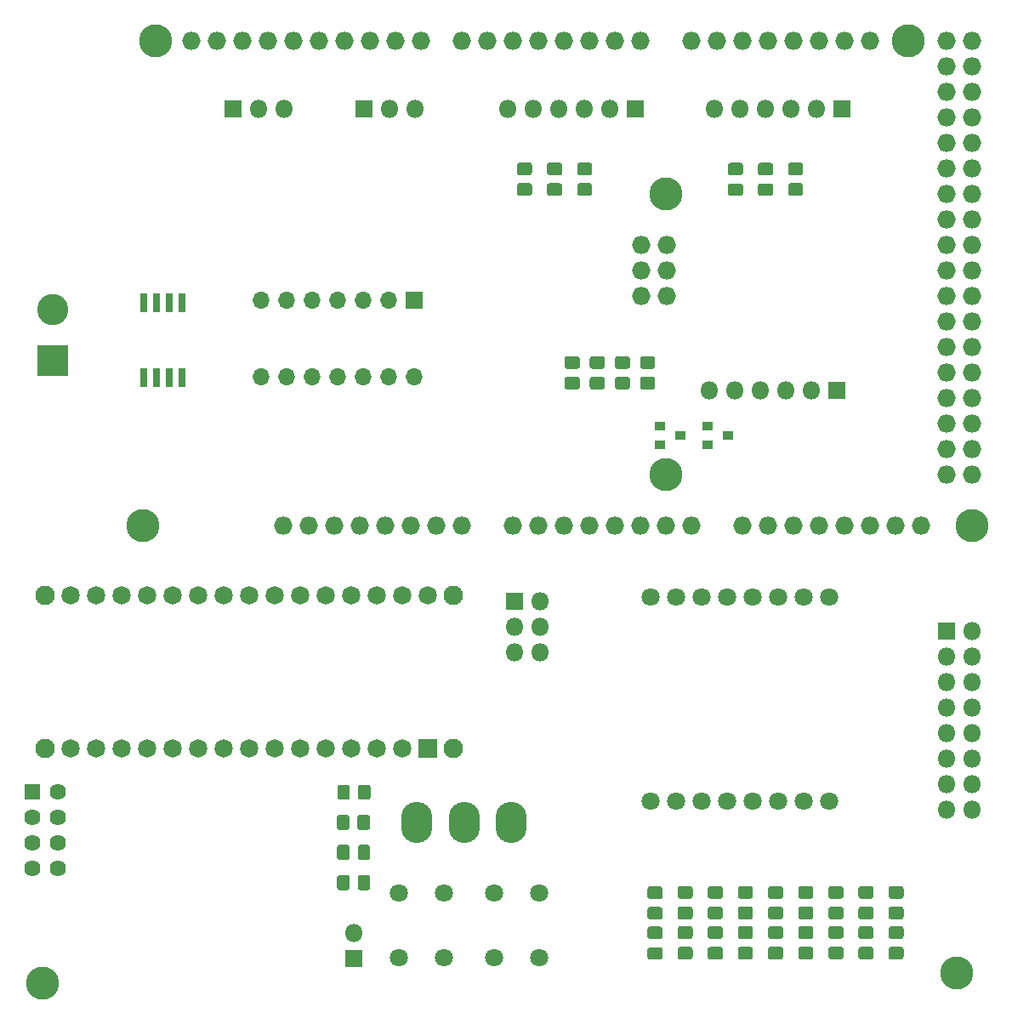
<source format=gbr>
G04 #@! TF.GenerationSoftware,KiCad,Pcbnew,(5.0.0)*
G04 #@! TF.CreationDate,2019-08-08T11:35:40+10:00*
G04 #@! TF.ProjectId,couchmobile-electrical,636F7563686D6F62696C652D656C6563,rev?*
G04 #@! TF.SameCoordinates,Original*
G04 #@! TF.FileFunction,Soldermask,Top*
G04 #@! TF.FilePolarity,Negative*
%FSLAX46Y46*%
G04 Gerber Fmt 4.6, Leading zero omitted, Abs format (unit mm)*
G04 Created by KiCad (PCBNEW (5.0.0)) date 08/08/19 11:35:40*
%MOMM*%
%LPD*%
G01*
G04 APERTURE LIST*
%ADD10C,1.800000*%
%ADD11C,0.100000*%
%ADD12C,1.250000*%
%ADD13R,3.100000X3.100000*%
%ADD14C,3.100000*%
%ADD15R,1.800000X1.800000*%
%ADD16O,1.800000X1.800000*%
%ADD17C,3.300000*%
%ADD18O,3.100000X4.100000*%
%ADD19R,1.624000X1.624000*%
%ADD20C,1.624000*%
%ADD21R,1.700000X1.700000*%
%ADD22O,1.700000X1.700000*%
%ADD23C,1.827200*%
%ADD24R,1.827200X1.827200*%
%ADD25C,1.950000*%
%ADD26O,1.827200X1.827200*%
%ADD27R,0.650000X1.850000*%
%ADD28R,1.000000X0.900000*%
G04 APERTURE END LIST*
D10*
G04 #@! TO.C,U2*
X102380000Y-78540000D03*
X99840000Y-78540000D03*
X97300000Y-78540000D03*
X94760000Y-78540000D03*
X92220000Y-78540000D03*
X89680000Y-78540000D03*
X87140000Y-78540000D03*
X84600000Y-78540000D03*
X102380000Y-98860000D03*
X99840000Y-98860000D03*
X92220000Y-98860000D03*
X97300000Y-98860000D03*
X84600000Y-98860000D03*
X94760000Y-98860000D03*
X87140000Y-98860000D03*
X89680000Y-98860000D03*
G04 #@! TD*
D11*
G04 #@! TO.C,D1*
G36*
X85504897Y-109426308D02*
X85531275Y-109430221D01*
X85557143Y-109436701D01*
X85582252Y-109445685D01*
X85606358Y-109457086D01*
X85629232Y-109470796D01*
X85650651Y-109486682D01*
X85670410Y-109504590D01*
X85688318Y-109524349D01*
X85704204Y-109545768D01*
X85717914Y-109568642D01*
X85729315Y-109592748D01*
X85738299Y-109617857D01*
X85744779Y-109643725D01*
X85748692Y-109670103D01*
X85750000Y-109696738D01*
X85750000Y-110403262D01*
X85748692Y-110429897D01*
X85744779Y-110456275D01*
X85738299Y-110482143D01*
X85729315Y-110507252D01*
X85717914Y-110531358D01*
X85704204Y-110554232D01*
X85688318Y-110575651D01*
X85670410Y-110595410D01*
X85650651Y-110613318D01*
X85629232Y-110629204D01*
X85606358Y-110642914D01*
X85582252Y-110654315D01*
X85557143Y-110663299D01*
X85531275Y-110669779D01*
X85504897Y-110673692D01*
X85478262Y-110675000D01*
X84521738Y-110675000D01*
X84495103Y-110673692D01*
X84468725Y-110669779D01*
X84442857Y-110663299D01*
X84417748Y-110654315D01*
X84393642Y-110642914D01*
X84370768Y-110629204D01*
X84349349Y-110613318D01*
X84329590Y-110595410D01*
X84311682Y-110575651D01*
X84295796Y-110554232D01*
X84282086Y-110531358D01*
X84270685Y-110507252D01*
X84261701Y-110482143D01*
X84255221Y-110456275D01*
X84251308Y-110429897D01*
X84250000Y-110403262D01*
X84250000Y-109696738D01*
X84251308Y-109670103D01*
X84255221Y-109643725D01*
X84261701Y-109617857D01*
X84270685Y-109592748D01*
X84282086Y-109568642D01*
X84295796Y-109545768D01*
X84311682Y-109524349D01*
X84329590Y-109504590D01*
X84349349Y-109486682D01*
X84370768Y-109470796D01*
X84393642Y-109457086D01*
X84417748Y-109445685D01*
X84442857Y-109436701D01*
X84468725Y-109430221D01*
X84495103Y-109426308D01*
X84521738Y-109425000D01*
X85478262Y-109425000D01*
X85504897Y-109426308D01*
X85504897Y-109426308D01*
G37*
D12*
X85000000Y-110050000D03*
D11*
G36*
X85504897Y-107376308D02*
X85531275Y-107380221D01*
X85557143Y-107386701D01*
X85582252Y-107395685D01*
X85606358Y-107407086D01*
X85629232Y-107420796D01*
X85650651Y-107436682D01*
X85670410Y-107454590D01*
X85688318Y-107474349D01*
X85704204Y-107495768D01*
X85717914Y-107518642D01*
X85729315Y-107542748D01*
X85738299Y-107567857D01*
X85744779Y-107593725D01*
X85748692Y-107620103D01*
X85750000Y-107646738D01*
X85750000Y-108353262D01*
X85748692Y-108379897D01*
X85744779Y-108406275D01*
X85738299Y-108432143D01*
X85729315Y-108457252D01*
X85717914Y-108481358D01*
X85704204Y-108504232D01*
X85688318Y-108525651D01*
X85670410Y-108545410D01*
X85650651Y-108563318D01*
X85629232Y-108579204D01*
X85606358Y-108592914D01*
X85582252Y-108604315D01*
X85557143Y-108613299D01*
X85531275Y-108619779D01*
X85504897Y-108623692D01*
X85478262Y-108625000D01*
X84521738Y-108625000D01*
X84495103Y-108623692D01*
X84468725Y-108619779D01*
X84442857Y-108613299D01*
X84417748Y-108604315D01*
X84393642Y-108592914D01*
X84370768Y-108579204D01*
X84349349Y-108563318D01*
X84329590Y-108545410D01*
X84311682Y-108525651D01*
X84295796Y-108504232D01*
X84282086Y-108481358D01*
X84270685Y-108457252D01*
X84261701Y-108432143D01*
X84255221Y-108406275D01*
X84251308Y-108379897D01*
X84250000Y-108353262D01*
X84250000Y-107646738D01*
X84251308Y-107620103D01*
X84255221Y-107593725D01*
X84261701Y-107567857D01*
X84270685Y-107542748D01*
X84282086Y-107518642D01*
X84295796Y-107495768D01*
X84311682Y-107474349D01*
X84329590Y-107454590D01*
X84349349Y-107436682D01*
X84370768Y-107420796D01*
X84393642Y-107407086D01*
X84417748Y-107395685D01*
X84442857Y-107386701D01*
X84468725Y-107380221D01*
X84495103Y-107376308D01*
X84521738Y-107375000D01*
X85478262Y-107375000D01*
X85504897Y-107376308D01*
X85504897Y-107376308D01*
G37*
D12*
X85000000Y-108000000D03*
G04 #@! TD*
D11*
G04 #@! TO.C,D2*
G36*
X88504897Y-107351308D02*
X88531275Y-107355221D01*
X88557143Y-107361701D01*
X88582252Y-107370685D01*
X88606358Y-107382086D01*
X88629232Y-107395796D01*
X88650651Y-107411682D01*
X88670410Y-107429590D01*
X88688318Y-107449349D01*
X88704204Y-107470768D01*
X88717914Y-107493642D01*
X88729315Y-107517748D01*
X88738299Y-107542857D01*
X88744779Y-107568725D01*
X88748692Y-107595103D01*
X88750000Y-107621738D01*
X88750000Y-108328262D01*
X88748692Y-108354897D01*
X88744779Y-108381275D01*
X88738299Y-108407143D01*
X88729315Y-108432252D01*
X88717914Y-108456358D01*
X88704204Y-108479232D01*
X88688318Y-108500651D01*
X88670410Y-108520410D01*
X88650651Y-108538318D01*
X88629232Y-108554204D01*
X88606358Y-108567914D01*
X88582252Y-108579315D01*
X88557143Y-108588299D01*
X88531275Y-108594779D01*
X88504897Y-108598692D01*
X88478262Y-108600000D01*
X87521738Y-108600000D01*
X87495103Y-108598692D01*
X87468725Y-108594779D01*
X87442857Y-108588299D01*
X87417748Y-108579315D01*
X87393642Y-108567914D01*
X87370768Y-108554204D01*
X87349349Y-108538318D01*
X87329590Y-108520410D01*
X87311682Y-108500651D01*
X87295796Y-108479232D01*
X87282086Y-108456358D01*
X87270685Y-108432252D01*
X87261701Y-108407143D01*
X87255221Y-108381275D01*
X87251308Y-108354897D01*
X87250000Y-108328262D01*
X87250000Y-107621738D01*
X87251308Y-107595103D01*
X87255221Y-107568725D01*
X87261701Y-107542857D01*
X87270685Y-107517748D01*
X87282086Y-107493642D01*
X87295796Y-107470768D01*
X87311682Y-107449349D01*
X87329590Y-107429590D01*
X87349349Y-107411682D01*
X87370768Y-107395796D01*
X87393642Y-107382086D01*
X87417748Y-107370685D01*
X87442857Y-107361701D01*
X87468725Y-107355221D01*
X87495103Y-107351308D01*
X87521738Y-107350000D01*
X88478262Y-107350000D01*
X88504897Y-107351308D01*
X88504897Y-107351308D01*
G37*
D12*
X88000000Y-107975000D03*
D11*
G36*
X88504897Y-109401308D02*
X88531275Y-109405221D01*
X88557143Y-109411701D01*
X88582252Y-109420685D01*
X88606358Y-109432086D01*
X88629232Y-109445796D01*
X88650651Y-109461682D01*
X88670410Y-109479590D01*
X88688318Y-109499349D01*
X88704204Y-109520768D01*
X88717914Y-109543642D01*
X88729315Y-109567748D01*
X88738299Y-109592857D01*
X88744779Y-109618725D01*
X88748692Y-109645103D01*
X88750000Y-109671738D01*
X88750000Y-110378262D01*
X88748692Y-110404897D01*
X88744779Y-110431275D01*
X88738299Y-110457143D01*
X88729315Y-110482252D01*
X88717914Y-110506358D01*
X88704204Y-110529232D01*
X88688318Y-110550651D01*
X88670410Y-110570410D01*
X88650651Y-110588318D01*
X88629232Y-110604204D01*
X88606358Y-110617914D01*
X88582252Y-110629315D01*
X88557143Y-110638299D01*
X88531275Y-110644779D01*
X88504897Y-110648692D01*
X88478262Y-110650000D01*
X87521738Y-110650000D01*
X87495103Y-110648692D01*
X87468725Y-110644779D01*
X87442857Y-110638299D01*
X87417748Y-110629315D01*
X87393642Y-110617914D01*
X87370768Y-110604204D01*
X87349349Y-110588318D01*
X87329590Y-110570410D01*
X87311682Y-110550651D01*
X87295796Y-110529232D01*
X87282086Y-110506358D01*
X87270685Y-110482252D01*
X87261701Y-110457143D01*
X87255221Y-110431275D01*
X87251308Y-110404897D01*
X87250000Y-110378262D01*
X87250000Y-109671738D01*
X87251308Y-109645103D01*
X87255221Y-109618725D01*
X87261701Y-109592857D01*
X87270685Y-109567748D01*
X87282086Y-109543642D01*
X87295796Y-109520768D01*
X87311682Y-109499349D01*
X87329590Y-109479590D01*
X87349349Y-109461682D01*
X87370768Y-109445796D01*
X87393642Y-109432086D01*
X87417748Y-109420685D01*
X87442857Y-109411701D01*
X87468725Y-109405221D01*
X87495103Y-109401308D01*
X87521738Y-109400000D01*
X88478262Y-109400000D01*
X88504897Y-109401308D01*
X88504897Y-109401308D01*
G37*
D12*
X88000000Y-110025000D03*
G04 #@! TD*
D11*
G04 #@! TO.C,D3*
G36*
X91504897Y-109401308D02*
X91531275Y-109405221D01*
X91557143Y-109411701D01*
X91582252Y-109420685D01*
X91606358Y-109432086D01*
X91629232Y-109445796D01*
X91650651Y-109461682D01*
X91670410Y-109479590D01*
X91688318Y-109499349D01*
X91704204Y-109520768D01*
X91717914Y-109543642D01*
X91729315Y-109567748D01*
X91738299Y-109592857D01*
X91744779Y-109618725D01*
X91748692Y-109645103D01*
X91750000Y-109671738D01*
X91750000Y-110378262D01*
X91748692Y-110404897D01*
X91744779Y-110431275D01*
X91738299Y-110457143D01*
X91729315Y-110482252D01*
X91717914Y-110506358D01*
X91704204Y-110529232D01*
X91688318Y-110550651D01*
X91670410Y-110570410D01*
X91650651Y-110588318D01*
X91629232Y-110604204D01*
X91606358Y-110617914D01*
X91582252Y-110629315D01*
X91557143Y-110638299D01*
X91531275Y-110644779D01*
X91504897Y-110648692D01*
X91478262Y-110650000D01*
X90521738Y-110650000D01*
X90495103Y-110648692D01*
X90468725Y-110644779D01*
X90442857Y-110638299D01*
X90417748Y-110629315D01*
X90393642Y-110617914D01*
X90370768Y-110604204D01*
X90349349Y-110588318D01*
X90329590Y-110570410D01*
X90311682Y-110550651D01*
X90295796Y-110529232D01*
X90282086Y-110506358D01*
X90270685Y-110482252D01*
X90261701Y-110457143D01*
X90255221Y-110431275D01*
X90251308Y-110404897D01*
X90250000Y-110378262D01*
X90250000Y-109671738D01*
X90251308Y-109645103D01*
X90255221Y-109618725D01*
X90261701Y-109592857D01*
X90270685Y-109567748D01*
X90282086Y-109543642D01*
X90295796Y-109520768D01*
X90311682Y-109499349D01*
X90329590Y-109479590D01*
X90349349Y-109461682D01*
X90370768Y-109445796D01*
X90393642Y-109432086D01*
X90417748Y-109420685D01*
X90442857Y-109411701D01*
X90468725Y-109405221D01*
X90495103Y-109401308D01*
X90521738Y-109400000D01*
X91478262Y-109400000D01*
X91504897Y-109401308D01*
X91504897Y-109401308D01*
G37*
D12*
X91000000Y-110025000D03*
D11*
G36*
X91504897Y-107351308D02*
X91531275Y-107355221D01*
X91557143Y-107361701D01*
X91582252Y-107370685D01*
X91606358Y-107382086D01*
X91629232Y-107395796D01*
X91650651Y-107411682D01*
X91670410Y-107429590D01*
X91688318Y-107449349D01*
X91704204Y-107470768D01*
X91717914Y-107493642D01*
X91729315Y-107517748D01*
X91738299Y-107542857D01*
X91744779Y-107568725D01*
X91748692Y-107595103D01*
X91750000Y-107621738D01*
X91750000Y-108328262D01*
X91748692Y-108354897D01*
X91744779Y-108381275D01*
X91738299Y-108407143D01*
X91729315Y-108432252D01*
X91717914Y-108456358D01*
X91704204Y-108479232D01*
X91688318Y-108500651D01*
X91670410Y-108520410D01*
X91650651Y-108538318D01*
X91629232Y-108554204D01*
X91606358Y-108567914D01*
X91582252Y-108579315D01*
X91557143Y-108588299D01*
X91531275Y-108594779D01*
X91504897Y-108598692D01*
X91478262Y-108600000D01*
X90521738Y-108600000D01*
X90495103Y-108598692D01*
X90468725Y-108594779D01*
X90442857Y-108588299D01*
X90417748Y-108579315D01*
X90393642Y-108567914D01*
X90370768Y-108554204D01*
X90349349Y-108538318D01*
X90329590Y-108520410D01*
X90311682Y-108500651D01*
X90295796Y-108479232D01*
X90282086Y-108456358D01*
X90270685Y-108432252D01*
X90261701Y-108407143D01*
X90255221Y-108381275D01*
X90251308Y-108354897D01*
X90250000Y-108328262D01*
X90250000Y-107621738D01*
X90251308Y-107595103D01*
X90255221Y-107568725D01*
X90261701Y-107542857D01*
X90270685Y-107517748D01*
X90282086Y-107493642D01*
X90295796Y-107470768D01*
X90311682Y-107449349D01*
X90329590Y-107429590D01*
X90349349Y-107411682D01*
X90370768Y-107395796D01*
X90393642Y-107382086D01*
X90417748Y-107370685D01*
X90442857Y-107361701D01*
X90468725Y-107355221D01*
X90495103Y-107351308D01*
X90521738Y-107350000D01*
X91478262Y-107350000D01*
X91504897Y-107351308D01*
X91504897Y-107351308D01*
G37*
D12*
X91000000Y-107975000D03*
G04 #@! TD*
D11*
G04 #@! TO.C,D4*
G36*
X94504897Y-109401308D02*
X94531275Y-109405221D01*
X94557143Y-109411701D01*
X94582252Y-109420685D01*
X94606358Y-109432086D01*
X94629232Y-109445796D01*
X94650651Y-109461682D01*
X94670410Y-109479590D01*
X94688318Y-109499349D01*
X94704204Y-109520768D01*
X94717914Y-109543642D01*
X94729315Y-109567748D01*
X94738299Y-109592857D01*
X94744779Y-109618725D01*
X94748692Y-109645103D01*
X94750000Y-109671738D01*
X94750000Y-110378262D01*
X94748692Y-110404897D01*
X94744779Y-110431275D01*
X94738299Y-110457143D01*
X94729315Y-110482252D01*
X94717914Y-110506358D01*
X94704204Y-110529232D01*
X94688318Y-110550651D01*
X94670410Y-110570410D01*
X94650651Y-110588318D01*
X94629232Y-110604204D01*
X94606358Y-110617914D01*
X94582252Y-110629315D01*
X94557143Y-110638299D01*
X94531275Y-110644779D01*
X94504897Y-110648692D01*
X94478262Y-110650000D01*
X93521738Y-110650000D01*
X93495103Y-110648692D01*
X93468725Y-110644779D01*
X93442857Y-110638299D01*
X93417748Y-110629315D01*
X93393642Y-110617914D01*
X93370768Y-110604204D01*
X93349349Y-110588318D01*
X93329590Y-110570410D01*
X93311682Y-110550651D01*
X93295796Y-110529232D01*
X93282086Y-110506358D01*
X93270685Y-110482252D01*
X93261701Y-110457143D01*
X93255221Y-110431275D01*
X93251308Y-110404897D01*
X93250000Y-110378262D01*
X93250000Y-109671738D01*
X93251308Y-109645103D01*
X93255221Y-109618725D01*
X93261701Y-109592857D01*
X93270685Y-109567748D01*
X93282086Y-109543642D01*
X93295796Y-109520768D01*
X93311682Y-109499349D01*
X93329590Y-109479590D01*
X93349349Y-109461682D01*
X93370768Y-109445796D01*
X93393642Y-109432086D01*
X93417748Y-109420685D01*
X93442857Y-109411701D01*
X93468725Y-109405221D01*
X93495103Y-109401308D01*
X93521738Y-109400000D01*
X94478262Y-109400000D01*
X94504897Y-109401308D01*
X94504897Y-109401308D01*
G37*
D12*
X94000000Y-110025000D03*
D11*
G36*
X94504897Y-107351308D02*
X94531275Y-107355221D01*
X94557143Y-107361701D01*
X94582252Y-107370685D01*
X94606358Y-107382086D01*
X94629232Y-107395796D01*
X94650651Y-107411682D01*
X94670410Y-107429590D01*
X94688318Y-107449349D01*
X94704204Y-107470768D01*
X94717914Y-107493642D01*
X94729315Y-107517748D01*
X94738299Y-107542857D01*
X94744779Y-107568725D01*
X94748692Y-107595103D01*
X94750000Y-107621738D01*
X94750000Y-108328262D01*
X94748692Y-108354897D01*
X94744779Y-108381275D01*
X94738299Y-108407143D01*
X94729315Y-108432252D01*
X94717914Y-108456358D01*
X94704204Y-108479232D01*
X94688318Y-108500651D01*
X94670410Y-108520410D01*
X94650651Y-108538318D01*
X94629232Y-108554204D01*
X94606358Y-108567914D01*
X94582252Y-108579315D01*
X94557143Y-108588299D01*
X94531275Y-108594779D01*
X94504897Y-108598692D01*
X94478262Y-108600000D01*
X93521738Y-108600000D01*
X93495103Y-108598692D01*
X93468725Y-108594779D01*
X93442857Y-108588299D01*
X93417748Y-108579315D01*
X93393642Y-108567914D01*
X93370768Y-108554204D01*
X93349349Y-108538318D01*
X93329590Y-108520410D01*
X93311682Y-108500651D01*
X93295796Y-108479232D01*
X93282086Y-108456358D01*
X93270685Y-108432252D01*
X93261701Y-108407143D01*
X93255221Y-108381275D01*
X93251308Y-108354897D01*
X93250000Y-108328262D01*
X93250000Y-107621738D01*
X93251308Y-107595103D01*
X93255221Y-107568725D01*
X93261701Y-107542857D01*
X93270685Y-107517748D01*
X93282086Y-107493642D01*
X93295796Y-107470768D01*
X93311682Y-107449349D01*
X93329590Y-107429590D01*
X93349349Y-107411682D01*
X93370768Y-107395796D01*
X93393642Y-107382086D01*
X93417748Y-107370685D01*
X93442857Y-107361701D01*
X93468725Y-107355221D01*
X93495103Y-107351308D01*
X93521738Y-107350000D01*
X94478262Y-107350000D01*
X94504897Y-107351308D01*
X94504897Y-107351308D01*
G37*
D12*
X94000000Y-107975000D03*
G04 #@! TD*
D11*
G04 #@! TO.C,D5*
G36*
X97504897Y-107351308D02*
X97531275Y-107355221D01*
X97557143Y-107361701D01*
X97582252Y-107370685D01*
X97606358Y-107382086D01*
X97629232Y-107395796D01*
X97650651Y-107411682D01*
X97670410Y-107429590D01*
X97688318Y-107449349D01*
X97704204Y-107470768D01*
X97717914Y-107493642D01*
X97729315Y-107517748D01*
X97738299Y-107542857D01*
X97744779Y-107568725D01*
X97748692Y-107595103D01*
X97750000Y-107621738D01*
X97750000Y-108328262D01*
X97748692Y-108354897D01*
X97744779Y-108381275D01*
X97738299Y-108407143D01*
X97729315Y-108432252D01*
X97717914Y-108456358D01*
X97704204Y-108479232D01*
X97688318Y-108500651D01*
X97670410Y-108520410D01*
X97650651Y-108538318D01*
X97629232Y-108554204D01*
X97606358Y-108567914D01*
X97582252Y-108579315D01*
X97557143Y-108588299D01*
X97531275Y-108594779D01*
X97504897Y-108598692D01*
X97478262Y-108600000D01*
X96521738Y-108600000D01*
X96495103Y-108598692D01*
X96468725Y-108594779D01*
X96442857Y-108588299D01*
X96417748Y-108579315D01*
X96393642Y-108567914D01*
X96370768Y-108554204D01*
X96349349Y-108538318D01*
X96329590Y-108520410D01*
X96311682Y-108500651D01*
X96295796Y-108479232D01*
X96282086Y-108456358D01*
X96270685Y-108432252D01*
X96261701Y-108407143D01*
X96255221Y-108381275D01*
X96251308Y-108354897D01*
X96250000Y-108328262D01*
X96250000Y-107621738D01*
X96251308Y-107595103D01*
X96255221Y-107568725D01*
X96261701Y-107542857D01*
X96270685Y-107517748D01*
X96282086Y-107493642D01*
X96295796Y-107470768D01*
X96311682Y-107449349D01*
X96329590Y-107429590D01*
X96349349Y-107411682D01*
X96370768Y-107395796D01*
X96393642Y-107382086D01*
X96417748Y-107370685D01*
X96442857Y-107361701D01*
X96468725Y-107355221D01*
X96495103Y-107351308D01*
X96521738Y-107350000D01*
X97478262Y-107350000D01*
X97504897Y-107351308D01*
X97504897Y-107351308D01*
G37*
D12*
X97000000Y-107975000D03*
D11*
G36*
X97504897Y-109401308D02*
X97531275Y-109405221D01*
X97557143Y-109411701D01*
X97582252Y-109420685D01*
X97606358Y-109432086D01*
X97629232Y-109445796D01*
X97650651Y-109461682D01*
X97670410Y-109479590D01*
X97688318Y-109499349D01*
X97704204Y-109520768D01*
X97717914Y-109543642D01*
X97729315Y-109567748D01*
X97738299Y-109592857D01*
X97744779Y-109618725D01*
X97748692Y-109645103D01*
X97750000Y-109671738D01*
X97750000Y-110378262D01*
X97748692Y-110404897D01*
X97744779Y-110431275D01*
X97738299Y-110457143D01*
X97729315Y-110482252D01*
X97717914Y-110506358D01*
X97704204Y-110529232D01*
X97688318Y-110550651D01*
X97670410Y-110570410D01*
X97650651Y-110588318D01*
X97629232Y-110604204D01*
X97606358Y-110617914D01*
X97582252Y-110629315D01*
X97557143Y-110638299D01*
X97531275Y-110644779D01*
X97504897Y-110648692D01*
X97478262Y-110650000D01*
X96521738Y-110650000D01*
X96495103Y-110648692D01*
X96468725Y-110644779D01*
X96442857Y-110638299D01*
X96417748Y-110629315D01*
X96393642Y-110617914D01*
X96370768Y-110604204D01*
X96349349Y-110588318D01*
X96329590Y-110570410D01*
X96311682Y-110550651D01*
X96295796Y-110529232D01*
X96282086Y-110506358D01*
X96270685Y-110482252D01*
X96261701Y-110457143D01*
X96255221Y-110431275D01*
X96251308Y-110404897D01*
X96250000Y-110378262D01*
X96250000Y-109671738D01*
X96251308Y-109645103D01*
X96255221Y-109618725D01*
X96261701Y-109592857D01*
X96270685Y-109567748D01*
X96282086Y-109543642D01*
X96295796Y-109520768D01*
X96311682Y-109499349D01*
X96329590Y-109479590D01*
X96349349Y-109461682D01*
X96370768Y-109445796D01*
X96393642Y-109432086D01*
X96417748Y-109420685D01*
X96442857Y-109411701D01*
X96468725Y-109405221D01*
X96495103Y-109401308D01*
X96521738Y-109400000D01*
X97478262Y-109400000D01*
X97504897Y-109401308D01*
X97504897Y-109401308D01*
G37*
D12*
X97000000Y-110025000D03*
G04 #@! TD*
D11*
G04 #@! TO.C,D6*
G36*
X100504897Y-109401308D02*
X100531275Y-109405221D01*
X100557143Y-109411701D01*
X100582252Y-109420685D01*
X100606358Y-109432086D01*
X100629232Y-109445796D01*
X100650651Y-109461682D01*
X100670410Y-109479590D01*
X100688318Y-109499349D01*
X100704204Y-109520768D01*
X100717914Y-109543642D01*
X100729315Y-109567748D01*
X100738299Y-109592857D01*
X100744779Y-109618725D01*
X100748692Y-109645103D01*
X100750000Y-109671738D01*
X100750000Y-110378262D01*
X100748692Y-110404897D01*
X100744779Y-110431275D01*
X100738299Y-110457143D01*
X100729315Y-110482252D01*
X100717914Y-110506358D01*
X100704204Y-110529232D01*
X100688318Y-110550651D01*
X100670410Y-110570410D01*
X100650651Y-110588318D01*
X100629232Y-110604204D01*
X100606358Y-110617914D01*
X100582252Y-110629315D01*
X100557143Y-110638299D01*
X100531275Y-110644779D01*
X100504897Y-110648692D01*
X100478262Y-110650000D01*
X99521738Y-110650000D01*
X99495103Y-110648692D01*
X99468725Y-110644779D01*
X99442857Y-110638299D01*
X99417748Y-110629315D01*
X99393642Y-110617914D01*
X99370768Y-110604204D01*
X99349349Y-110588318D01*
X99329590Y-110570410D01*
X99311682Y-110550651D01*
X99295796Y-110529232D01*
X99282086Y-110506358D01*
X99270685Y-110482252D01*
X99261701Y-110457143D01*
X99255221Y-110431275D01*
X99251308Y-110404897D01*
X99250000Y-110378262D01*
X99250000Y-109671738D01*
X99251308Y-109645103D01*
X99255221Y-109618725D01*
X99261701Y-109592857D01*
X99270685Y-109567748D01*
X99282086Y-109543642D01*
X99295796Y-109520768D01*
X99311682Y-109499349D01*
X99329590Y-109479590D01*
X99349349Y-109461682D01*
X99370768Y-109445796D01*
X99393642Y-109432086D01*
X99417748Y-109420685D01*
X99442857Y-109411701D01*
X99468725Y-109405221D01*
X99495103Y-109401308D01*
X99521738Y-109400000D01*
X100478262Y-109400000D01*
X100504897Y-109401308D01*
X100504897Y-109401308D01*
G37*
D12*
X100000000Y-110025000D03*
D11*
G36*
X100504897Y-107351308D02*
X100531275Y-107355221D01*
X100557143Y-107361701D01*
X100582252Y-107370685D01*
X100606358Y-107382086D01*
X100629232Y-107395796D01*
X100650651Y-107411682D01*
X100670410Y-107429590D01*
X100688318Y-107449349D01*
X100704204Y-107470768D01*
X100717914Y-107493642D01*
X100729315Y-107517748D01*
X100738299Y-107542857D01*
X100744779Y-107568725D01*
X100748692Y-107595103D01*
X100750000Y-107621738D01*
X100750000Y-108328262D01*
X100748692Y-108354897D01*
X100744779Y-108381275D01*
X100738299Y-108407143D01*
X100729315Y-108432252D01*
X100717914Y-108456358D01*
X100704204Y-108479232D01*
X100688318Y-108500651D01*
X100670410Y-108520410D01*
X100650651Y-108538318D01*
X100629232Y-108554204D01*
X100606358Y-108567914D01*
X100582252Y-108579315D01*
X100557143Y-108588299D01*
X100531275Y-108594779D01*
X100504897Y-108598692D01*
X100478262Y-108600000D01*
X99521738Y-108600000D01*
X99495103Y-108598692D01*
X99468725Y-108594779D01*
X99442857Y-108588299D01*
X99417748Y-108579315D01*
X99393642Y-108567914D01*
X99370768Y-108554204D01*
X99349349Y-108538318D01*
X99329590Y-108520410D01*
X99311682Y-108500651D01*
X99295796Y-108479232D01*
X99282086Y-108456358D01*
X99270685Y-108432252D01*
X99261701Y-108407143D01*
X99255221Y-108381275D01*
X99251308Y-108354897D01*
X99250000Y-108328262D01*
X99250000Y-107621738D01*
X99251308Y-107595103D01*
X99255221Y-107568725D01*
X99261701Y-107542857D01*
X99270685Y-107517748D01*
X99282086Y-107493642D01*
X99295796Y-107470768D01*
X99311682Y-107449349D01*
X99329590Y-107429590D01*
X99349349Y-107411682D01*
X99370768Y-107395796D01*
X99393642Y-107382086D01*
X99417748Y-107370685D01*
X99442857Y-107361701D01*
X99468725Y-107355221D01*
X99495103Y-107351308D01*
X99521738Y-107350000D01*
X100478262Y-107350000D01*
X100504897Y-107351308D01*
X100504897Y-107351308D01*
G37*
D12*
X100000000Y-107975000D03*
G04 #@! TD*
D11*
G04 #@! TO.C,D7*
G36*
X103504897Y-107351308D02*
X103531275Y-107355221D01*
X103557143Y-107361701D01*
X103582252Y-107370685D01*
X103606358Y-107382086D01*
X103629232Y-107395796D01*
X103650651Y-107411682D01*
X103670410Y-107429590D01*
X103688318Y-107449349D01*
X103704204Y-107470768D01*
X103717914Y-107493642D01*
X103729315Y-107517748D01*
X103738299Y-107542857D01*
X103744779Y-107568725D01*
X103748692Y-107595103D01*
X103750000Y-107621738D01*
X103750000Y-108328262D01*
X103748692Y-108354897D01*
X103744779Y-108381275D01*
X103738299Y-108407143D01*
X103729315Y-108432252D01*
X103717914Y-108456358D01*
X103704204Y-108479232D01*
X103688318Y-108500651D01*
X103670410Y-108520410D01*
X103650651Y-108538318D01*
X103629232Y-108554204D01*
X103606358Y-108567914D01*
X103582252Y-108579315D01*
X103557143Y-108588299D01*
X103531275Y-108594779D01*
X103504897Y-108598692D01*
X103478262Y-108600000D01*
X102521738Y-108600000D01*
X102495103Y-108598692D01*
X102468725Y-108594779D01*
X102442857Y-108588299D01*
X102417748Y-108579315D01*
X102393642Y-108567914D01*
X102370768Y-108554204D01*
X102349349Y-108538318D01*
X102329590Y-108520410D01*
X102311682Y-108500651D01*
X102295796Y-108479232D01*
X102282086Y-108456358D01*
X102270685Y-108432252D01*
X102261701Y-108407143D01*
X102255221Y-108381275D01*
X102251308Y-108354897D01*
X102250000Y-108328262D01*
X102250000Y-107621738D01*
X102251308Y-107595103D01*
X102255221Y-107568725D01*
X102261701Y-107542857D01*
X102270685Y-107517748D01*
X102282086Y-107493642D01*
X102295796Y-107470768D01*
X102311682Y-107449349D01*
X102329590Y-107429590D01*
X102349349Y-107411682D01*
X102370768Y-107395796D01*
X102393642Y-107382086D01*
X102417748Y-107370685D01*
X102442857Y-107361701D01*
X102468725Y-107355221D01*
X102495103Y-107351308D01*
X102521738Y-107350000D01*
X103478262Y-107350000D01*
X103504897Y-107351308D01*
X103504897Y-107351308D01*
G37*
D12*
X103000000Y-107975000D03*
D11*
G36*
X103504897Y-109401308D02*
X103531275Y-109405221D01*
X103557143Y-109411701D01*
X103582252Y-109420685D01*
X103606358Y-109432086D01*
X103629232Y-109445796D01*
X103650651Y-109461682D01*
X103670410Y-109479590D01*
X103688318Y-109499349D01*
X103704204Y-109520768D01*
X103717914Y-109543642D01*
X103729315Y-109567748D01*
X103738299Y-109592857D01*
X103744779Y-109618725D01*
X103748692Y-109645103D01*
X103750000Y-109671738D01*
X103750000Y-110378262D01*
X103748692Y-110404897D01*
X103744779Y-110431275D01*
X103738299Y-110457143D01*
X103729315Y-110482252D01*
X103717914Y-110506358D01*
X103704204Y-110529232D01*
X103688318Y-110550651D01*
X103670410Y-110570410D01*
X103650651Y-110588318D01*
X103629232Y-110604204D01*
X103606358Y-110617914D01*
X103582252Y-110629315D01*
X103557143Y-110638299D01*
X103531275Y-110644779D01*
X103504897Y-110648692D01*
X103478262Y-110650000D01*
X102521738Y-110650000D01*
X102495103Y-110648692D01*
X102468725Y-110644779D01*
X102442857Y-110638299D01*
X102417748Y-110629315D01*
X102393642Y-110617914D01*
X102370768Y-110604204D01*
X102349349Y-110588318D01*
X102329590Y-110570410D01*
X102311682Y-110550651D01*
X102295796Y-110529232D01*
X102282086Y-110506358D01*
X102270685Y-110482252D01*
X102261701Y-110457143D01*
X102255221Y-110431275D01*
X102251308Y-110404897D01*
X102250000Y-110378262D01*
X102250000Y-109671738D01*
X102251308Y-109645103D01*
X102255221Y-109618725D01*
X102261701Y-109592857D01*
X102270685Y-109567748D01*
X102282086Y-109543642D01*
X102295796Y-109520768D01*
X102311682Y-109499349D01*
X102329590Y-109479590D01*
X102349349Y-109461682D01*
X102370768Y-109445796D01*
X102393642Y-109432086D01*
X102417748Y-109420685D01*
X102442857Y-109411701D01*
X102468725Y-109405221D01*
X102495103Y-109401308D01*
X102521738Y-109400000D01*
X103478262Y-109400000D01*
X103504897Y-109401308D01*
X103504897Y-109401308D01*
G37*
D12*
X103000000Y-110025000D03*
G04 #@! TD*
D11*
G04 #@! TO.C,D8*
G36*
X106504897Y-109401308D02*
X106531275Y-109405221D01*
X106557143Y-109411701D01*
X106582252Y-109420685D01*
X106606358Y-109432086D01*
X106629232Y-109445796D01*
X106650651Y-109461682D01*
X106670410Y-109479590D01*
X106688318Y-109499349D01*
X106704204Y-109520768D01*
X106717914Y-109543642D01*
X106729315Y-109567748D01*
X106738299Y-109592857D01*
X106744779Y-109618725D01*
X106748692Y-109645103D01*
X106750000Y-109671738D01*
X106750000Y-110378262D01*
X106748692Y-110404897D01*
X106744779Y-110431275D01*
X106738299Y-110457143D01*
X106729315Y-110482252D01*
X106717914Y-110506358D01*
X106704204Y-110529232D01*
X106688318Y-110550651D01*
X106670410Y-110570410D01*
X106650651Y-110588318D01*
X106629232Y-110604204D01*
X106606358Y-110617914D01*
X106582252Y-110629315D01*
X106557143Y-110638299D01*
X106531275Y-110644779D01*
X106504897Y-110648692D01*
X106478262Y-110650000D01*
X105521738Y-110650000D01*
X105495103Y-110648692D01*
X105468725Y-110644779D01*
X105442857Y-110638299D01*
X105417748Y-110629315D01*
X105393642Y-110617914D01*
X105370768Y-110604204D01*
X105349349Y-110588318D01*
X105329590Y-110570410D01*
X105311682Y-110550651D01*
X105295796Y-110529232D01*
X105282086Y-110506358D01*
X105270685Y-110482252D01*
X105261701Y-110457143D01*
X105255221Y-110431275D01*
X105251308Y-110404897D01*
X105250000Y-110378262D01*
X105250000Y-109671738D01*
X105251308Y-109645103D01*
X105255221Y-109618725D01*
X105261701Y-109592857D01*
X105270685Y-109567748D01*
X105282086Y-109543642D01*
X105295796Y-109520768D01*
X105311682Y-109499349D01*
X105329590Y-109479590D01*
X105349349Y-109461682D01*
X105370768Y-109445796D01*
X105393642Y-109432086D01*
X105417748Y-109420685D01*
X105442857Y-109411701D01*
X105468725Y-109405221D01*
X105495103Y-109401308D01*
X105521738Y-109400000D01*
X106478262Y-109400000D01*
X106504897Y-109401308D01*
X106504897Y-109401308D01*
G37*
D12*
X106000000Y-110025000D03*
D11*
G36*
X106504897Y-107351308D02*
X106531275Y-107355221D01*
X106557143Y-107361701D01*
X106582252Y-107370685D01*
X106606358Y-107382086D01*
X106629232Y-107395796D01*
X106650651Y-107411682D01*
X106670410Y-107429590D01*
X106688318Y-107449349D01*
X106704204Y-107470768D01*
X106717914Y-107493642D01*
X106729315Y-107517748D01*
X106738299Y-107542857D01*
X106744779Y-107568725D01*
X106748692Y-107595103D01*
X106750000Y-107621738D01*
X106750000Y-108328262D01*
X106748692Y-108354897D01*
X106744779Y-108381275D01*
X106738299Y-108407143D01*
X106729315Y-108432252D01*
X106717914Y-108456358D01*
X106704204Y-108479232D01*
X106688318Y-108500651D01*
X106670410Y-108520410D01*
X106650651Y-108538318D01*
X106629232Y-108554204D01*
X106606358Y-108567914D01*
X106582252Y-108579315D01*
X106557143Y-108588299D01*
X106531275Y-108594779D01*
X106504897Y-108598692D01*
X106478262Y-108600000D01*
X105521738Y-108600000D01*
X105495103Y-108598692D01*
X105468725Y-108594779D01*
X105442857Y-108588299D01*
X105417748Y-108579315D01*
X105393642Y-108567914D01*
X105370768Y-108554204D01*
X105349349Y-108538318D01*
X105329590Y-108520410D01*
X105311682Y-108500651D01*
X105295796Y-108479232D01*
X105282086Y-108456358D01*
X105270685Y-108432252D01*
X105261701Y-108407143D01*
X105255221Y-108381275D01*
X105251308Y-108354897D01*
X105250000Y-108328262D01*
X105250000Y-107621738D01*
X105251308Y-107595103D01*
X105255221Y-107568725D01*
X105261701Y-107542857D01*
X105270685Y-107517748D01*
X105282086Y-107493642D01*
X105295796Y-107470768D01*
X105311682Y-107449349D01*
X105329590Y-107429590D01*
X105349349Y-107411682D01*
X105370768Y-107395796D01*
X105393642Y-107382086D01*
X105417748Y-107370685D01*
X105442857Y-107361701D01*
X105468725Y-107355221D01*
X105495103Y-107351308D01*
X105521738Y-107350000D01*
X106478262Y-107350000D01*
X106504897Y-107351308D01*
X106504897Y-107351308D01*
G37*
D12*
X106000000Y-107975000D03*
G04 #@! TD*
D11*
G04 #@! TO.C,D9*
G36*
X109504897Y-107351308D02*
X109531275Y-107355221D01*
X109557143Y-107361701D01*
X109582252Y-107370685D01*
X109606358Y-107382086D01*
X109629232Y-107395796D01*
X109650651Y-107411682D01*
X109670410Y-107429590D01*
X109688318Y-107449349D01*
X109704204Y-107470768D01*
X109717914Y-107493642D01*
X109729315Y-107517748D01*
X109738299Y-107542857D01*
X109744779Y-107568725D01*
X109748692Y-107595103D01*
X109750000Y-107621738D01*
X109750000Y-108328262D01*
X109748692Y-108354897D01*
X109744779Y-108381275D01*
X109738299Y-108407143D01*
X109729315Y-108432252D01*
X109717914Y-108456358D01*
X109704204Y-108479232D01*
X109688318Y-108500651D01*
X109670410Y-108520410D01*
X109650651Y-108538318D01*
X109629232Y-108554204D01*
X109606358Y-108567914D01*
X109582252Y-108579315D01*
X109557143Y-108588299D01*
X109531275Y-108594779D01*
X109504897Y-108598692D01*
X109478262Y-108600000D01*
X108521738Y-108600000D01*
X108495103Y-108598692D01*
X108468725Y-108594779D01*
X108442857Y-108588299D01*
X108417748Y-108579315D01*
X108393642Y-108567914D01*
X108370768Y-108554204D01*
X108349349Y-108538318D01*
X108329590Y-108520410D01*
X108311682Y-108500651D01*
X108295796Y-108479232D01*
X108282086Y-108456358D01*
X108270685Y-108432252D01*
X108261701Y-108407143D01*
X108255221Y-108381275D01*
X108251308Y-108354897D01*
X108250000Y-108328262D01*
X108250000Y-107621738D01*
X108251308Y-107595103D01*
X108255221Y-107568725D01*
X108261701Y-107542857D01*
X108270685Y-107517748D01*
X108282086Y-107493642D01*
X108295796Y-107470768D01*
X108311682Y-107449349D01*
X108329590Y-107429590D01*
X108349349Y-107411682D01*
X108370768Y-107395796D01*
X108393642Y-107382086D01*
X108417748Y-107370685D01*
X108442857Y-107361701D01*
X108468725Y-107355221D01*
X108495103Y-107351308D01*
X108521738Y-107350000D01*
X109478262Y-107350000D01*
X109504897Y-107351308D01*
X109504897Y-107351308D01*
G37*
D12*
X109000000Y-107975000D03*
D11*
G36*
X109504897Y-109401308D02*
X109531275Y-109405221D01*
X109557143Y-109411701D01*
X109582252Y-109420685D01*
X109606358Y-109432086D01*
X109629232Y-109445796D01*
X109650651Y-109461682D01*
X109670410Y-109479590D01*
X109688318Y-109499349D01*
X109704204Y-109520768D01*
X109717914Y-109543642D01*
X109729315Y-109567748D01*
X109738299Y-109592857D01*
X109744779Y-109618725D01*
X109748692Y-109645103D01*
X109750000Y-109671738D01*
X109750000Y-110378262D01*
X109748692Y-110404897D01*
X109744779Y-110431275D01*
X109738299Y-110457143D01*
X109729315Y-110482252D01*
X109717914Y-110506358D01*
X109704204Y-110529232D01*
X109688318Y-110550651D01*
X109670410Y-110570410D01*
X109650651Y-110588318D01*
X109629232Y-110604204D01*
X109606358Y-110617914D01*
X109582252Y-110629315D01*
X109557143Y-110638299D01*
X109531275Y-110644779D01*
X109504897Y-110648692D01*
X109478262Y-110650000D01*
X108521738Y-110650000D01*
X108495103Y-110648692D01*
X108468725Y-110644779D01*
X108442857Y-110638299D01*
X108417748Y-110629315D01*
X108393642Y-110617914D01*
X108370768Y-110604204D01*
X108349349Y-110588318D01*
X108329590Y-110570410D01*
X108311682Y-110550651D01*
X108295796Y-110529232D01*
X108282086Y-110506358D01*
X108270685Y-110482252D01*
X108261701Y-110457143D01*
X108255221Y-110431275D01*
X108251308Y-110404897D01*
X108250000Y-110378262D01*
X108250000Y-109671738D01*
X108251308Y-109645103D01*
X108255221Y-109618725D01*
X108261701Y-109592857D01*
X108270685Y-109567748D01*
X108282086Y-109543642D01*
X108295796Y-109520768D01*
X108311682Y-109499349D01*
X108329590Y-109479590D01*
X108349349Y-109461682D01*
X108370768Y-109445796D01*
X108393642Y-109432086D01*
X108417748Y-109420685D01*
X108442857Y-109411701D01*
X108468725Y-109405221D01*
X108495103Y-109401308D01*
X108521738Y-109400000D01*
X109478262Y-109400000D01*
X109504897Y-109401308D01*
X109504897Y-109401308D01*
G37*
D12*
X109000000Y-110025000D03*
G04 #@! TD*
D13*
G04 #@! TO.C,J1*
X25000000Y-55000000D03*
D14*
X25000000Y-49920000D03*
G04 #@! TD*
D15*
G04 #@! TO.C,J2*
X114000000Y-82000000D03*
D16*
X116540000Y-82000000D03*
X114000000Y-84540000D03*
X116540000Y-84540000D03*
X114000000Y-87080000D03*
X116540000Y-87080000D03*
X114000000Y-89620000D03*
X116540000Y-89620000D03*
X114000000Y-92160000D03*
X116540000Y-92160000D03*
X114000000Y-94700000D03*
X116540000Y-94700000D03*
X114000000Y-97240000D03*
X116540000Y-97240000D03*
X114000000Y-99780000D03*
X116540000Y-99780000D03*
G04 #@! TD*
D15*
G04 #@! TO.C,J5*
X55000000Y-114540000D03*
D16*
X55000000Y-112000000D03*
G04 #@! TD*
D15*
G04 #@! TO.C,J6*
X71000000Y-79000000D03*
D16*
X73540000Y-79000000D03*
X71000000Y-81540000D03*
X73540000Y-81540000D03*
X71000000Y-84080000D03*
X73540000Y-84080000D03*
G04 #@! TD*
D15*
G04 #@! TO.C,J7*
X103080000Y-58000000D03*
D16*
X100540000Y-58000000D03*
X98000000Y-58000000D03*
X95460000Y-58000000D03*
X92920000Y-58000000D03*
X90380000Y-58000000D03*
G04 #@! TD*
D15*
G04 #@! TO.C,J8*
X103620000Y-30000000D03*
D16*
X101080000Y-30000000D03*
X98540000Y-30000000D03*
X96000000Y-30000000D03*
X93460000Y-30000000D03*
X90920000Y-30000000D03*
G04 #@! TD*
G04 #@! TO.C,J9*
X70300000Y-30000000D03*
X72840000Y-30000000D03*
X75380000Y-30000000D03*
X77920000Y-30000000D03*
X80460000Y-30000000D03*
D15*
X83000000Y-30000000D03*
G04 #@! TD*
D16*
G04 #@! TO.C,J10*
X61080000Y-30000000D03*
X58540000Y-30000000D03*
D15*
X56000000Y-30000000D03*
G04 #@! TD*
G04 #@! TO.C,J11*
X43000000Y-30000000D03*
D16*
X45540000Y-30000000D03*
X48080000Y-30000000D03*
G04 #@! TD*
D17*
G04 #@! TO.C,MH1*
X24000000Y-117000000D03*
G04 #@! TD*
G04 #@! TO.C,MH2*
X115000000Y-116000000D03*
G04 #@! TD*
D11*
G04 #@! TO.C,R1*
G36*
X54329897Y-100251308D02*
X54356275Y-100255221D01*
X54382143Y-100261701D01*
X54407252Y-100270685D01*
X54431358Y-100282086D01*
X54454232Y-100295796D01*
X54475651Y-100311682D01*
X54495410Y-100329590D01*
X54513318Y-100349349D01*
X54529204Y-100370768D01*
X54542914Y-100393642D01*
X54554315Y-100417748D01*
X54563299Y-100442857D01*
X54569779Y-100468725D01*
X54573692Y-100495103D01*
X54575000Y-100521738D01*
X54575000Y-101478262D01*
X54573692Y-101504897D01*
X54569779Y-101531275D01*
X54563299Y-101557143D01*
X54554315Y-101582252D01*
X54542914Y-101606358D01*
X54529204Y-101629232D01*
X54513318Y-101650651D01*
X54495410Y-101670410D01*
X54475651Y-101688318D01*
X54454232Y-101704204D01*
X54431358Y-101717914D01*
X54407252Y-101729315D01*
X54382143Y-101738299D01*
X54356275Y-101744779D01*
X54329897Y-101748692D01*
X54303262Y-101750000D01*
X53596738Y-101750000D01*
X53570103Y-101748692D01*
X53543725Y-101744779D01*
X53517857Y-101738299D01*
X53492748Y-101729315D01*
X53468642Y-101717914D01*
X53445768Y-101704204D01*
X53424349Y-101688318D01*
X53404590Y-101670410D01*
X53386682Y-101650651D01*
X53370796Y-101629232D01*
X53357086Y-101606358D01*
X53345685Y-101582252D01*
X53336701Y-101557143D01*
X53330221Y-101531275D01*
X53326308Y-101504897D01*
X53325000Y-101478262D01*
X53325000Y-100521738D01*
X53326308Y-100495103D01*
X53330221Y-100468725D01*
X53336701Y-100442857D01*
X53345685Y-100417748D01*
X53357086Y-100393642D01*
X53370796Y-100370768D01*
X53386682Y-100349349D01*
X53404590Y-100329590D01*
X53424349Y-100311682D01*
X53445768Y-100295796D01*
X53468642Y-100282086D01*
X53492748Y-100270685D01*
X53517857Y-100261701D01*
X53543725Y-100255221D01*
X53570103Y-100251308D01*
X53596738Y-100250000D01*
X54303262Y-100250000D01*
X54329897Y-100251308D01*
X54329897Y-100251308D01*
G37*
D12*
X53950000Y-101000000D03*
D11*
G36*
X56379897Y-100251308D02*
X56406275Y-100255221D01*
X56432143Y-100261701D01*
X56457252Y-100270685D01*
X56481358Y-100282086D01*
X56504232Y-100295796D01*
X56525651Y-100311682D01*
X56545410Y-100329590D01*
X56563318Y-100349349D01*
X56579204Y-100370768D01*
X56592914Y-100393642D01*
X56604315Y-100417748D01*
X56613299Y-100442857D01*
X56619779Y-100468725D01*
X56623692Y-100495103D01*
X56625000Y-100521738D01*
X56625000Y-101478262D01*
X56623692Y-101504897D01*
X56619779Y-101531275D01*
X56613299Y-101557143D01*
X56604315Y-101582252D01*
X56592914Y-101606358D01*
X56579204Y-101629232D01*
X56563318Y-101650651D01*
X56545410Y-101670410D01*
X56525651Y-101688318D01*
X56504232Y-101704204D01*
X56481358Y-101717914D01*
X56457252Y-101729315D01*
X56432143Y-101738299D01*
X56406275Y-101744779D01*
X56379897Y-101748692D01*
X56353262Y-101750000D01*
X55646738Y-101750000D01*
X55620103Y-101748692D01*
X55593725Y-101744779D01*
X55567857Y-101738299D01*
X55542748Y-101729315D01*
X55518642Y-101717914D01*
X55495768Y-101704204D01*
X55474349Y-101688318D01*
X55454590Y-101670410D01*
X55436682Y-101650651D01*
X55420796Y-101629232D01*
X55407086Y-101606358D01*
X55395685Y-101582252D01*
X55386701Y-101557143D01*
X55380221Y-101531275D01*
X55376308Y-101504897D01*
X55375000Y-101478262D01*
X55375000Y-100521738D01*
X55376308Y-100495103D01*
X55380221Y-100468725D01*
X55386701Y-100442857D01*
X55395685Y-100417748D01*
X55407086Y-100393642D01*
X55420796Y-100370768D01*
X55436682Y-100349349D01*
X55454590Y-100329590D01*
X55474349Y-100311682D01*
X55495768Y-100295796D01*
X55518642Y-100282086D01*
X55542748Y-100270685D01*
X55567857Y-100261701D01*
X55593725Y-100255221D01*
X55620103Y-100251308D01*
X55646738Y-100250000D01*
X56353262Y-100250000D01*
X56379897Y-100251308D01*
X56379897Y-100251308D01*
G37*
D12*
X56000000Y-101000000D03*
G04 #@! TD*
D11*
G04 #@! TO.C,R2*
G36*
X56429897Y-97251308D02*
X56456275Y-97255221D01*
X56482143Y-97261701D01*
X56507252Y-97270685D01*
X56531358Y-97282086D01*
X56554232Y-97295796D01*
X56575651Y-97311682D01*
X56595410Y-97329590D01*
X56613318Y-97349349D01*
X56629204Y-97370768D01*
X56642914Y-97393642D01*
X56654315Y-97417748D01*
X56663299Y-97442857D01*
X56669779Y-97468725D01*
X56673692Y-97495103D01*
X56675000Y-97521738D01*
X56675000Y-98478262D01*
X56673692Y-98504897D01*
X56669779Y-98531275D01*
X56663299Y-98557143D01*
X56654315Y-98582252D01*
X56642914Y-98606358D01*
X56629204Y-98629232D01*
X56613318Y-98650651D01*
X56595410Y-98670410D01*
X56575651Y-98688318D01*
X56554232Y-98704204D01*
X56531358Y-98717914D01*
X56507252Y-98729315D01*
X56482143Y-98738299D01*
X56456275Y-98744779D01*
X56429897Y-98748692D01*
X56403262Y-98750000D01*
X55696738Y-98750000D01*
X55670103Y-98748692D01*
X55643725Y-98744779D01*
X55617857Y-98738299D01*
X55592748Y-98729315D01*
X55568642Y-98717914D01*
X55545768Y-98704204D01*
X55524349Y-98688318D01*
X55504590Y-98670410D01*
X55486682Y-98650651D01*
X55470796Y-98629232D01*
X55457086Y-98606358D01*
X55445685Y-98582252D01*
X55436701Y-98557143D01*
X55430221Y-98531275D01*
X55426308Y-98504897D01*
X55425000Y-98478262D01*
X55425000Y-97521738D01*
X55426308Y-97495103D01*
X55430221Y-97468725D01*
X55436701Y-97442857D01*
X55445685Y-97417748D01*
X55457086Y-97393642D01*
X55470796Y-97370768D01*
X55486682Y-97349349D01*
X55504590Y-97329590D01*
X55524349Y-97311682D01*
X55545768Y-97295796D01*
X55568642Y-97282086D01*
X55592748Y-97270685D01*
X55617857Y-97261701D01*
X55643725Y-97255221D01*
X55670103Y-97251308D01*
X55696738Y-97250000D01*
X56403262Y-97250000D01*
X56429897Y-97251308D01*
X56429897Y-97251308D01*
G37*
D12*
X56050000Y-98000000D03*
D11*
G36*
X54379897Y-97251308D02*
X54406275Y-97255221D01*
X54432143Y-97261701D01*
X54457252Y-97270685D01*
X54481358Y-97282086D01*
X54504232Y-97295796D01*
X54525651Y-97311682D01*
X54545410Y-97329590D01*
X54563318Y-97349349D01*
X54579204Y-97370768D01*
X54592914Y-97393642D01*
X54604315Y-97417748D01*
X54613299Y-97442857D01*
X54619779Y-97468725D01*
X54623692Y-97495103D01*
X54625000Y-97521738D01*
X54625000Y-98478262D01*
X54623692Y-98504897D01*
X54619779Y-98531275D01*
X54613299Y-98557143D01*
X54604315Y-98582252D01*
X54592914Y-98606358D01*
X54579204Y-98629232D01*
X54563318Y-98650651D01*
X54545410Y-98670410D01*
X54525651Y-98688318D01*
X54504232Y-98704204D01*
X54481358Y-98717914D01*
X54457252Y-98729315D01*
X54432143Y-98738299D01*
X54406275Y-98744779D01*
X54379897Y-98748692D01*
X54353262Y-98750000D01*
X53646738Y-98750000D01*
X53620103Y-98748692D01*
X53593725Y-98744779D01*
X53567857Y-98738299D01*
X53542748Y-98729315D01*
X53518642Y-98717914D01*
X53495768Y-98704204D01*
X53474349Y-98688318D01*
X53454590Y-98670410D01*
X53436682Y-98650651D01*
X53420796Y-98629232D01*
X53407086Y-98606358D01*
X53395685Y-98582252D01*
X53386701Y-98557143D01*
X53380221Y-98531275D01*
X53376308Y-98504897D01*
X53375000Y-98478262D01*
X53375000Y-97521738D01*
X53376308Y-97495103D01*
X53380221Y-97468725D01*
X53386701Y-97442857D01*
X53395685Y-97417748D01*
X53407086Y-97393642D01*
X53420796Y-97370768D01*
X53436682Y-97349349D01*
X53454590Y-97329590D01*
X53474349Y-97311682D01*
X53495768Y-97295796D01*
X53518642Y-97282086D01*
X53542748Y-97270685D01*
X53567857Y-97261701D01*
X53593725Y-97255221D01*
X53620103Y-97251308D01*
X53646738Y-97250000D01*
X54353262Y-97250000D01*
X54379897Y-97251308D01*
X54379897Y-97251308D01*
G37*
D12*
X54000000Y-98000000D03*
G04 #@! TD*
D11*
G04 #@! TO.C,R3*
G36*
X54354897Y-106251308D02*
X54381275Y-106255221D01*
X54407143Y-106261701D01*
X54432252Y-106270685D01*
X54456358Y-106282086D01*
X54479232Y-106295796D01*
X54500651Y-106311682D01*
X54520410Y-106329590D01*
X54538318Y-106349349D01*
X54554204Y-106370768D01*
X54567914Y-106393642D01*
X54579315Y-106417748D01*
X54588299Y-106442857D01*
X54594779Y-106468725D01*
X54598692Y-106495103D01*
X54600000Y-106521738D01*
X54600000Y-107478262D01*
X54598692Y-107504897D01*
X54594779Y-107531275D01*
X54588299Y-107557143D01*
X54579315Y-107582252D01*
X54567914Y-107606358D01*
X54554204Y-107629232D01*
X54538318Y-107650651D01*
X54520410Y-107670410D01*
X54500651Y-107688318D01*
X54479232Y-107704204D01*
X54456358Y-107717914D01*
X54432252Y-107729315D01*
X54407143Y-107738299D01*
X54381275Y-107744779D01*
X54354897Y-107748692D01*
X54328262Y-107750000D01*
X53621738Y-107750000D01*
X53595103Y-107748692D01*
X53568725Y-107744779D01*
X53542857Y-107738299D01*
X53517748Y-107729315D01*
X53493642Y-107717914D01*
X53470768Y-107704204D01*
X53449349Y-107688318D01*
X53429590Y-107670410D01*
X53411682Y-107650651D01*
X53395796Y-107629232D01*
X53382086Y-107606358D01*
X53370685Y-107582252D01*
X53361701Y-107557143D01*
X53355221Y-107531275D01*
X53351308Y-107504897D01*
X53350000Y-107478262D01*
X53350000Y-106521738D01*
X53351308Y-106495103D01*
X53355221Y-106468725D01*
X53361701Y-106442857D01*
X53370685Y-106417748D01*
X53382086Y-106393642D01*
X53395796Y-106370768D01*
X53411682Y-106349349D01*
X53429590Y-106329590D01*
X53449349Y-106311682D01*
X53470768Y-106295796D01*
X53493642Y-106282086D01*
X53517748Y-106270685D01*
X53542857Y-106261701D01*
X53568725Y-106255221D01*
X53595103Y-106251308D01*
X53621738Y-106250000D01*
X54328262Y-106250000D01*
X54354897Y-106251308D01*
X54354897Y-106251308D01*
G37*
D12*
X53975000Y-107000000D03*
D11*
G36*
X56404897Y-106251308D02*
X56431275Y-106255221D01*
X56457143Y-106261701D01*
X56482252Y-106270685D01*
X56506358Y-106282086D01*
X56529232Y-106295796D01*
X56550651Y-106311682D01*
X56570410Y-106329590D01*
X56588318Y-106349349D01*
X56604204Y-106370768D01*
X56617914Y-106393642D01*
X56629315Y-106417748D01*
X56638299Y-106442857D01*
X56644779Y-106468725D01*
X56648692Y-106495103D01*
X56650000Y-106521738D01*
X56650000Y-107478262D01*
X56648692Y-107504897D01*
X56644779Y-107531275D01*
X56638299Y-107557143D01*
X56629315Y-107582252D01*
X56617914Y-107606358D01*
X56604204Y-107629232D01*
X56588318Y-107650651D01*
X56570410Y-107670410D01*
X56550651Y-107688318D01*
X56529232Y-107704204D01*
X56506358Y-107717914D01*
X56482252Y-107729315D01*
X56457143Y-107738299D01*
X56431275Y-107744779D01*
X56404897Y-107748692D01*
X56378262Y-107750000D01*
X55671738Y-107750000D01*
X55645103Y-107748692D01*
X55618725Y-107744779D01*
X55592857Y-107738299D01*
X55567748Y-107729315D01*
X55543642Y-107717914D01*
X55520768Y-107704204D01*
X55499349Y-107688318D01*
X55479590Y-107670410D01*
X55461682Y-107650651D01*
X55445796Y-107629232D01*
X55432086Y-107606358D01*
X55420685Y-107582252D01*
X55411701Y-107557143D01*
X55405221Y-107531275D01*
X55401308Y-107504897D01*
X55400000Y-107478262D01*
X55400000Y-106521738D01*
X55401308Y-106495103D01*
X55405221Y-106468725D01*
X55411701Y-106442857D01*
X55420685Y-106417748D01*
X55432086Y-106393642D01*
X55445796Y-106370768D01*
X55461682Y-106349349D01*
X55479590Y-106329590D01*
X55499349Y-106311682D01*
X55520768Y-106295796D01*
X55543642Y-106282086D01*
X55567748Y-106270685D01*
X55592857Y-106261701D01*
X55618725Y-106255221D01*
X55645103Y-106251308D01*
X55671738Y-106250000D01*
X56378262Y-106250000D01*
X56404897Y-106251308D01*
X56404897Y-106251308D01*
G37*
D12*
X56025000Y-107000000D03*
G04 #@! TD*
D11*
G04 #@! TO.C,R4*
G36*
X56404897Y-103251308D02*
X56431275Y-103255221D01*
X56457143Y-103261701D01*
X56482252Y-103270685D01*
X56506358Y-103282086D01*
X56529232Y-103295796D01*
X56550651Y-103311682D01*
X56570410Y-103329590D01*
X56588318Y-103349349D01*
X56604204Y-103370768D01*
X56617914Y-103393642D01*
X56629315Y-103417748D01*
X56638299Y-103442857D01*
X56644779Y-103468725D01*
X56648692Y-103495103D01*
X56650000Y-103521738D01*
X56650000Y-104478262D01*
X56648692Y-104504897D01*
X56644779Y-104531275D01*
X56638299Y-104557143D01*
X56629315Y-104582252D01*
X56617914Y-104606358D01*
X56604204Y-104629232D01*
X56588318Y-104650651D01*
X56570410Y-104670410D01*
X56550651Y-104688318D01*
X56529232Y-104704204D01*
X56506358Y-104717914D01*
X56482252Y-104729315D01*
X56457143Y-104738299D01*
X56431275Y-104744779D01*
X56404897Y-104748692D01*
X56378262Y-104750000D01*
X55671738Y-104750000D01*
X55645103Y-104748692D01*
X55618725Y-104744779D01*
X55592857Y-104738299D01*
X55567748Y-104729315D01*
X55543642Y-104717914D01*
X55520768Y-104704204D01*
X55499349Y-104688318D01*
X55479590Y-104670410D01*
X55461682Y-104650651D01*
X55445796Y-104629232D01*
X55432086Y-104606358D01*
X55420685Y-104582252D01*
X55411701Y-104557143D01*
X55405221Y-104531275D01*
X55401308Y-104504897D01*
X55400000Y-104478262D01*
X55400000Y-103521738D01*
X55401308Y-103495103D01*
X55405221Y-103468725D01*
X55411701Y-103442857D01*
X55420685Y-103417748D01*
X55432086Y-103393642D01*
X55445796Y-103370768D01*
X55461682Y-103349349D01*
X55479590Y-103329590D01*
X55499349Y-103311682D01*
X55520768Y-103295796D01*
X55543642Y-103282086D01*
X55567748Y-103270685D01*
X55592857Y-103261701D01*
X55618725Y-103255221D01*
X55645103Y-103251308D01*
X55671738Y-103250000D01*
X56378262Y-103250000D01*
X56404897Y-103251308D01*
X56404897Y-103251308D01*
G37*
D12*
X56025000Y-104000000D03*
D11*
G36*
X54354897Y-103251308D02*
X54381275Y-103255221D01*
X54407143Y-103261701D01*
X54432252Y-103270685D01*
X54456358Y-103282086D01*
X54479232Y-103295796D01*
X54500651Y-103311682D01*
X54520410Y-103329590D01*
X54538318Y-103349349D01*
X54554204Y-103370768D01*
X54567914Y-103393642D01*
X54579315Y-103417748D01*
X54588299Y-103442857D01*
X54594779Y-103468725D01*
X54598692Y-103495103D01*
X54600000Y-103521738D01*
X54600000Y-104478262D01*
X54598692Y-104504897D01*
X54594779Y-104531275D01*
X54588299Y-104557143D01*
X54579315Y-104582252D01*
X54567914Y-104606358D01*
X54554204Y-104629232D01*
X54538318Y-104650651D01*
X54520410Y-104670410D01*
X54500651Y-104688318D01*
X54479232Y-104704204D01*
X54456358Y-104717914D01*
X54432252Y-104729315D01*
X54407143Y-104738299D01*
X54381275Y-104744779D01*
X54354897Y-104748692D01*
X54328262Y-104750000D01*
X53621738Y-104750000D01*
X53595103Y-104748692D01*
X53568725Y-104744779D01*
X53542857Y-104738299D01*
X53517748Y-104729315D01*
X53493642Y-104717914D01*
X53470768Y-104704204D01*
X53449349Y-104688318D01*
X53429590Y-104670410D01*
X53411682Y-104650651D01*
X53395796Y-104629232D01*
X53382086Y-104606358D01*
X53370685Y-104582252D01*
X53361701Y-104557143D01*
X53355221Y-104531275D01*
X53351308Y-104504897D01*
X53350000Y-104478262D01*
X53350000Y-103521738D01*
X53351308Y-103495103D01*
X53355221Y-103468725D01*
X53361701Y-103442857D01*
X53370685Y-103417748D01*
X53382086Y-103393642D01*
X53395796Y-103370768D01*
X53411682Y-103349349D01*
X53429590Y-103329590D01*
X53449349Y-103311682D01*
X53470768Y-103295796D01*
X53493642Y-103282086D01*
X53517748Y-103270685D01*
X53542857Y-103261701D01*
X53568725Y-103255221D01*
X53595103Y-103251308D01*
X53621738Y-103250000D01*
X54328262Y-103250000D01*
X54354897Y-103251308D01*
X54354897Y-103251308D01*
G37*
D12*
X53975000Y-104000000D03*
G04 #@! TD*
D11*
G04 #@! TO.C,R5*
G36*
X85504897Y-111376308D02*
X85531275Y-111380221D01*
X85557143Y-111386701D01*
X85582252Y-111395685D01*
X85606358Y-111407086D01*
X85629232Y-111420796D01*
X85650651Y-111436682D01*
X85670410Y-111454590D01*
X85688318Y-111474349D01*
X85704204Y-111495768D01*
X85717914Y-111518642D01*
X85729315Y-111542748D01*
X85738299Y-111567857D01*
X85744779Y-111593725D01*
X85748692Y-111620103D01*
X85750000Y-111646738D01*
X85750000Y-112353262D01*
X85748692Y-112379897D01*
X85744779Y-112406275D01*
X85738299Y-112432143D01*
X85729315Y-112457252D01*
X85717914Y-112481358D01*
X85704204Y-112504232D01*
X85688318Y-112525651D01*
X85670410Y-112545410D01*
X85650651Y-112563318D01*
X85629232Y-112579204D01*
X85606358Y-112592914D01*
X85582252Y-112604315D01*
X85557143Y-112613299D01*
X85531275Y-112619779D01*
X85504897Y-112623692D01*
X85478262Y-112625000D01*
X84521738Y-112625000D01*
X84495103Y-112623692D01*
X84468725Y-112619779D01*
X84442857Y-112613299D01*
X84417748Y-112604315D01*
X84393642Y-112592914D01*
X84370768Y-112579204D01*
X84349349Y-112563318D01*
X84329590Y-112545410D01*
X84311682Y-112525651D01*
X84295796Y-112504232D01*
X84282086Y-112481358D01*
X84270685Y-112457252D01*
X84261701Y-112432143D01*
X84255221Y-112406275D01*
X84251308Y-112379897D01*
X84250000Y-112353262D01*
X84250000Y-111646738D01*
X84251308Y-111620103D01*
X84255221Y-111593725D01*
X84261701Y-111567857D01*
X84270685Y-111542748D01*
X84282086Y-111518642D01*
X84295796Y-111495768D01*
X84311682Y-111474349D01*
X84329590Y-111454590D01*
X84349349Y-111436682D01*
X84370768Y-111420796D01*
X84393642Y-111407086D01*
X84417748Y-111395685D01*
X84442857Y-111386701D01*
X84468725Y-111380221D01*
X84495103Y-111376308D01*
X84521738Y-111375000D01*
X85478262Y-111375000D01*
X85504897Y-111376308D01*
X85504897Y-111376308D01*
G37*
D12*
X85000000Y-112000000D03*
D11*
G36*
X85504897Y-113426308D02*
X85531275Y-113430221D01*
X85557143Y-113436701D01*
X85582252Y-113445685D01*
X85606358Y-113457086D01*
X85629232Y-113470796D01*
X85650651Y-113486682D01*
X85670410Y-113504590D01*
X85688318Y-113524349D01*
X85704204Y-113545768D01*
X85717914Y-113568642D01*
X85729315Y-113592748D01*
X85738299Y-113617857D01*
X85744779Y-113643725D01*
X85748692Y-113670103D01*
X85750000Y-113696738D01*
X85750000Y-114403262D01*
X85748692Y-114429897D01*
X85744779Y-114456275D01*
X85738299Y-114482143D01*
X85729315Y-114507252D01*
X85717914Y-114531358D01*
X85704204Y-114554232D01*
X85688318Y-114575651D01*
X85670410Y-114595410D01*
X85650651Y-114613318D01*
X85629232Y-114629204D01*
X85606358Y-114642914D01*
X85582252Y-114654315D01*
X85557143Y-114663299D01*
X85531275Y-114669779D01*
X85504897Y-114673692D01*
X85478262Y-114675000D01*
X84521738Y-114675000D01*
X84495103Y-114673692D01*
X84468725Y-114669779D01*
X84442857Y-114663299D01*
X84417748Y-114654315D01*
X84393642Y-114642914D01*
X84370768Y-114629204D01*
X84349349Y-114613318D01*
X84329590Y-114595410D01*
X84311682Y-114575651D01*
X84295796Y-114554232D01*
X84282086Y-114531358D01*
X84270685Y-114507252D01*
X84261701Y-114482143D01*
X84255221Y-114456275D01*
X84251308Y-114429897D01*
X84250000Y-114403262D01*
X84250000Y-113696738D01*
X84251308Y-113670103D01*
X84255221Y-113643725D01*
X84261701Y-113617857D01*
X84270685Y-113592748D01*
X84282086Y-113568642D01*
X84295796Y-113545768D01*
X84311682Y-113524349D01*
X84329590Y-113504590D01*
X84349349Y-113486682D01*
X84370768Y-113470796D01*
X84393642Y-113457086D01*
X84417748Y-113445685D01*
X84442857Y-113436701D01*
X84468725Y-113430221D01*
X84495103Y-113426308D01*
X84521738Y-113425000D01*
X85478262Y-113425000D01*
X85504897Y-113426308D01*
X85504897Y-113426308D01*
G37*
D12*
X85000000Y-114050000D03*
G04 #@! TD*
D11*
G04 #@! TO.C,R6*
G36*
X88504897Y-113401308D02*
X88531275Y-113405221D01*
X88557143Y-113411701D01*
X88582252Y-113420685D01*
X88606358Y-113432086D01*
X88629232Y-113445796D01*
X88650651Y-113461682D01*
X88670410Y-113479590D01*
X88688318Y-113499349D01*
X88704204Y-113520768D01*
X88717914Y-113543642D01*
X88729315Y-113567748D01*
X88738299Y-113592857D01*
X88744779Y-113618725D01*
X88748692Y-113645103D01*
X88750000Y-113671738D01*
X88750000Y-114378262D01*
X88748692Y-114404897D01*
X88744779Y-114431275D01*
X88738299Y-114457143D01*
X88729315Y-114482252D01*
X88717914Y-114506358D01*
X88704204Y-114529232D01*
X88688318Y-114550651D01*
X88670410Y-114570410D01*
X88650651Y-114588318D01*
X88629232Y-114604204D01*
X88606358Y-114617914D01*
X88582252Y-114629315D01*
X88557143Y-114638299D01*
X88531275Y-114644779D01*
X88504897Y-114648692D01*
X88478262Y-114650000D01*
X87521738Y-114650000D01*
X87495103Y-114648692D01*
X87468725Y-114644779D01*
X87442857Y-114638299D01*
X87417748Y-114629315D01*
X87393642Y-114617914D01*
X87370768Y-114604204D01*
X87349349Y-114588318D01*
X87329590Y-114570410D01*
X87311682Y-114550651D01*
X87295796Y-114529232D01*
X87282086Y-114506358D01*
X87270685Y-114482252D01*
X87261701Y-114457143D01*
X87255221Y-114431275D01*
X87251308Y-114404897D01*
X87250000Y-114378262D01*
X87250000Y-113671738D01*
X87251308Y-113645103D01*
X87255221Y-113618725D01*
X87261701Y-113592857D01*
X87270685Y-113567748D01*
X87282086Y-113543642D01*
X87295796Y-113520768D01*
X87311682Y-113499349D01*
X87329590Y-113479590D01*
X87349349Y-113461682D01*
X87370768Y-113445796D01*
X87393642Y-113432086D01*
X87417748Y-113420685D01*
X87442857Y-113411701D01*
X87468725Y-113405221D01*
X87495103Y-113401308D01*
X87521738Y-113400000D01*
X88478262Y-113400000D01*
X88504897Y-113401308D01*
X88504897Y-113401308D01*
G37*
D12*
X88000000Y-114025000D03*
D11*
G36*
X88504897Y-111351308D02*
X88531275Y-111355221D01*
X88557143Y-111361701D01*
X88582252Y-111370685D01*
X88606358Y-111382086D01*
X88629232Y-111395796D01*
X88650651Y-111411682D01*
X88670410Y-111429590D01*
X88688318Y-111449349D01*
X88704204Y-111470768D01*
X88717914Y-111493642D01*
X88729315Y-111517748D01*
X88738299Y-111542857D01*
X88744779Y-111568725D01*
X88748692Y-111595103D01*
X88750000Y-111621738D01*
X88750000Y-112328262D01*
X88748692Y-112354897D01*
X88744779Y-112381275D01*
X88738299Y-112407143D01*
X88729315Y-112432252D01*
X88717914Y-112456358D01*
X88704204Y-112479232D01*
X88688318Y-112500651D01*
X88670410Y-112520410D01*
X88650651Y-112538318D01*
X88629232Y-112554204D01*
X88606358Y-112567914D01*
X88582252Y-112579315D01*
X88557143Y-112588299D01*
X88531275Y-112594779D01*
X88504897Y-112598692D01*
X88478262Y-112600000D01*
X87521738Y-112600000D01*
X87495103Y-112598692D01*
X87468725Y-112594779D01*
X87442857Y-112588299D01*
X87417748Y-112579315D01*
X87393642Y-112567914D01*
X87370768Y-112554204D01*
X87349349Y-112538318D01*
X87329590Y-112520410D01*
X87311682Y-112500651D01*
X87295796Y-112479232D01*
X87282086Y-112456358D01*
X87270685Y-112432252D01*
X87261701Y-112407143D01*
X87255221Y-112381275D01*
X87251308Y-112354897D01*
X87250000Y-112328262D01*
X87250000Y-111621738D01*
X87251308Y-111595103D01*
X87255221Y-111568725D01*
X87261701Y-111542857D01*
X87270685Y-111517748D01*
X87282086Y-111493642D01*
X87295796Y-111470768D01*
X87311682Y-111449349D01*
X87329590Y-111429590D01*
X87349349Y-111411682D01*
X87370768Y-111395796D01*
X87393642Y-111382086D01*
X87417748Y-111370685D01*
X87442857Y-111361701D01*
X87468725Y-111355221D01*
X87495103Y-111351308D01*
X87521738Y-111350000D01*
X88478262Y-111350000D01*
X88504897Y-111351308D01*
X88504897Y-111351308D01*
G37*
D12*
X88000000Y-111975000D03*
G04 #@! TD*
D11*
G04 #@! TO.C,R7*
G36*
X91504897Y-111351308D02*
X91531275Y-111355221D01*
X91557143Y-111361701D01*
X91582252Y-111370685D01*
X91606358Y-111382086D01*
X91629232Y-111395796D01*
X91650651Y-111411682D01*
X91670410Y-111429590D01*
X91688318Y-111449349D01*
X91704204Y-111470768D01*
X91717914Y-111493642D01*
X91729315Y-111517748D01*
X91738299Y-111542857D01*
X91744779Y-111568725D01*
X91748692Y-111595103D01*
X91750000Y-111621738D01*
X91750000Y-112328262D01*
X91748692Y-112354897D01*
X91744779Y-112381275D01*
X91738299Y-112407143D01*
X91729315Y-112432252D01*
X91717914Y-112456358D01*
X91704204Y-112479232D01*
X91688318Y-112500651D01*
X91670410Y-112520410D01*
X91650651Y-112538318D01*
X91629232Y-112554204D01*
X91606358Y-112567914D01*
X91582252Y-112579315D01*
X91557143Y-112588299D01*
X91531275Y-112594779D01*
X91504897Y-112598692D01*
X91478262Y-112600000D01*
X90521738Y-112600000D01*
X90495103Y-112598692D01*
X90468725Y-112594779D01*
X90442857Y-112588299D01*
X90417748Y-112579315D01*
X90393642Y-112567914D01*
X90370768Y-112554204D01*
X90349349Y-112538318D01*
X90329590Y-112520410D01*
X90311682Y-112500651D01*
X90295796Y-112479232D01*
X90282086Y-112456358D01*
X90270685Y-112432252D01*
X90261701Y-112407143D01*
X90255221Y-112381275D01*
X90251308Y-112354897D01*
X90250000Y-112328262D01*
X90250000Y-111621738D01*
X90251308Y-111595103D01*
X90255221Y-111568725D01*
X90261701Y-111542857D01*
X90270685Y-111517748D01*
X90282086Y-111493642D01*
X90295796Y-111470768D01*
X90311682Y-111449349D01*
X90329590Y-111429590D01*
X90349349Y-111411682D01*
X90370768Y-111395796D01*
X90393642Y-111382086D01*
X90417748Y-111370685D01*
X90442857Y-111361701D01*
X90468725Y-111355221D01*
X90495103Y-111351308D01*
X90521738Y-111350000D01*
X91478262Y-111350000D01*
X91504897Y-111351308D01*
X91504897Y-111351308D01*
G37*
D12*
X91000000Y-111975000D03*
D11*
G36*
X91504897Y-113401308D02*
X91531275Y-113405221D01*
X91557143Y-113411701D01*
X91582252Y-113420685D01*
X91606358Y-113432086D01*
X91629232Y-113445796D01*
X91650651Y-113461682D01*
X91670410Y-113479590D01*
X91688318Y-113499349D01*
X91704204Y-113520768D01*
X91717914Y-113543642D01*
X91729315Y-113567748D01*
X91738299Y-113592857D01*
X91744779Y-113618725D01*
X91748692Y-113645103D01*
X91750000Y-113671738D01*
X91750000Y-114378262D01*
X91748692Y-114404897D01*
X91744779Y-114431275D01*
X91738299Y-114457143D01*
X91729315Y-114482252D01*
X91717914Y-114506358D01*
X91704204Y-114529232D01*
X91688318Y-114550651D01*
X91670410Y-114570410D01*
X91650651Y-114588318D01*
X91629232Y-114604204D01*
X91606358Y-114617914D01*
X91582252Y-114629315D01*
X91557143Y-114638299D01*
X91531275Y-114644779D01*
X91504897Y-114648692D01*
X91478262Y-114650000D01*
X90521738Y-114650000D01*
X90495103Y-114648692D01*
X90468725Y-114644779D01*
X90442857Y-114638299D01*
X90417748Y-114629315D01*
X90393642Y-114617914D01*
X90370768Y-114604204D01*
X90349349Y-114588318D01*
X90329590Y-114570410D01*
X90311682Y-114550651D01*
X90295796Y-114529232D01*
X90282086Y-114506358D01*
X90270685Y-114482252D01*
X90261701Y-114457143D01*
X90255221Y-114431275D01*
X90251308Y-114404897D01*
X90250000Y-114378262D01*
X90250000Y-113671738D01*
X90251308Y-113645103D01*
X90255221Y-113618725D01*
X90261701Y-113592857D01*
X90270685Y-113567748D01*
X90282086Y-113543642D01*
X90295796Y-113520768D01*
X90311682Y-113499349D01*
X90329590Y-113479590D01*
X90349349Y-113461682D01*
X90370768Y-113445796D01*
X90393642Y-113432086D01*
X90417748Y-113420685D01*
X90442857Y-113411701D01*
X90468725Y-113405221D01*
X90495103Y-113401308D01*
X90521738Y-113400000D01*
X91478262Y-113400000D01*
X91504897Y-113401308D01*
X91504897Y-113401308D01*
G37*
D12*
X91000000Y-114025000D03*
G04 #@! TD*
D11*
G04 #@! TO.C,R8*
G36*
X93504897Y-35351308D02*
X93531275Y-35355221D01*
X93557143Y-35361701D01*
X93582252Y-35370685D01*
X93606358Y-35382086D01*
X93629232Y-35395796D01*
X93650651Y-35411682D01*
X93670410Y-35429590D01*
X93688318Y-35449349D01*
X93704204Y-35470768D01*
X93717914Y-35493642D01*
X93729315Y-35517748D01*
X93738299Y-35542857D01*
X93744779Y-35568725D01*
X93748692Y-35595103D01*
X93750000Y-35621738D01*
X93750000Y-36328262D01*
X93748692Y-36354897D01*
X93744779Y-36381275D01*
X93738299Y-36407143D01*
X93729315Y-36432252D01*
X93717914Y-36456358D01*
X93704204Y-36479232D01*
X93688318Y-36500651D01*
X93670410Y-36520410D01*
X93650651Y-36538318D01*
X93629232Y-36554204D01*
X93606358Y-36567914D01*
X93582252Y-36579315D01*
X93557143Y-36588299D01*
X93531275Y-36594779D01*
X93504897Y-36598692D01*
X93478262Y-36600000D01*
X92521738Y-36600000D01*
X92495103Y-36598692D01*
X92468725Y-36594779D01*
X92442857Y-36588299D01*
X92417748Y-36579315D01*
X92393642Y-36567914D01*
X92370768Y-36554204D01*
X92349349Y-36538318D01*
X92329590Y-36520410D01*
X92311682Y-36500651D01*
X92295796Y-36479232D01*
X92282086Y-36456358D01*
X92270685Y-36432252D01*
X92261701Y-36407143D01*
X92255221Y-36381275D01*
X92251308Y-36354897D01*
X92250000Y-36328262D01*
X92250000Y-35621738D01*
X92251308Y-35595103D01*
X92255221Y-35568725D01*
X92261701Y-35542857D01*
X92270685Y-35517748D01*
X92282086Y-35493642D01*
X92295796Y-35470768D01*
X92311682Y-35449349D01*
X92329590Y-35429590D01*
X92349349Y-35411682D01*
X92370768Y-35395796D01*
X92393642Y-35382086D01*
X92417748Y-35370685D01*
X92442857Y-35361701D01*
X92468725Y-35355221D01*
X92495103Y-35351308D01*
X92521738Y-35350000D01*
X93478262Y-35350000D01*
X93504897Y-35351308D01*
X93504897Y-35351308D01*
G37*
D12*
X93000000Y-35975000D03*
D11*
G36*
X93504897Y-37401308D02*
X93531275Y-37405221D01*
X93557143Y-37411701D01*
X93582252Y-37420685D01*
X93606358Y-37432086D01*
X93629232Y-37445796D01*
X93650651Y-37461682D01*
X93670410Y-37479590D01*
X93688318Y-37499349D01*
X93704204Y-37520768D01*
X93717914Y-37543642D01*
X93729315Y-37567748D01*
X93738299Y-37592857D01*
X93744779Y-37618725D01*
X93748692Y-37645103D01*
X93750000Y-37671738D01*
X93750000Y-38378262D01*
X93748692Y-38404897D01*
X93744779Y-38431275D01*
X93738299Y-38457143D01*
X93729315Y-38482252D01*
X93717914Y-38506358D01*
X93704204Y-38529232D01*
X93688318Y-38550651D01*
X93670410Y-38570410D01*
X93650651Y-38588318D01*
X93629232Y-38604204D01*
X93606358Y-38617914D01*
X93582252Y-38629315D01*
X93557143Y-38638299D01*
X93531275Y-38644779D01*
X93504897Y-38648692D01*
X93478262Y-38650000D01*
X92521738Y-38650000D01*
X92495103Y-38648692D01*
X92468725Y-38644779D01*
X92442857Y-38638299D01*
X92417748Y-38629315D01*
X92393642Y-38617914D01*
X92370768Y-38604204D01*
X92349349Y-38588318D01*
X92329590Y-38570410D01*
X92311682Y-38550651D01*
X92295796Y-38529232D01*
X92282086Y-38506358D01*
X92270685Y-38482252D01*
X92261701Y-38457143D01*
X92255221Y-38431275D01*
X92251308Y-38404897D01*
X92250000Y-38378262D01*
X92250000Y-37671738D01*
X92251308Y-37645103D01*
X92255221Y-37618725D01*
X92261701Y-37592857D01*
X92270685Y-37567748D01*
X92282086Y-37543642D01*
X92295796Y-37520768D01*
X92311682Y-37499349D01*
X92329590Y-37479590D01*
X92349349Y-37461682D01*
X92370768Y-37445796D01*
X92393642Y-37432086D01*
X92417748Y-37420685D01*
X92442857Y-37411701D01*
X92468725Y-37405221D01*
X92495103Y-37401308D01*
X92521738Y-37400000D01*
X93478262Y-37400000D01*
X93504897Y-37401308D01*
X93504897Y-37401308D01*
G37*
D12*
X93000000Y-38025000D03*
G04 #@! TD*
D11*
G04 #@! TO.C,R9*
G36*
X72504897Y-35326308D02*
X72531275Y-35330221D01*
X72557143Y-35336701D01*
X72582252Y-35345685D01*
X72606358Y-35357086D01*
X72629232Y-35370796D01*
X72650651Y-35386682D01*
X72670410Y-35404590D01*
X72688318Y-35424349D01*
X72704204Y-35445768D01*
X72717914Y-35468642D01*
X72729315Y-35492748D01*
X72738299Y-35517857D01*
X72744779Y-35543725D01*
X72748692Y-35570103D01*
X72750000Y-35596738D01*
X72750000Y-36303262D01*
X72748692Y-36329897D01*
X72744779Y-36356275D01*
X72738299Y-36382143D01*
X72729315Y-36407252D01*
X72717914Y-36431358D01*
X72704204Y-36454232D01*
X72688318Y-36475651D01*
X72670410Y-36495410D01*
X72650651Y-36513318D01*
X72629232Y-36529204D01*
X72606358Y-36542914D01*
X72582252Y-36554315D01*
X72557143Y-36563299D01*
X72531275Y-36569779D01*
X72504897Y-36573692D01*
X72478262Y-36575000D01*
X71521738Y-36575000D01*
X71495103Y-36573692D01*
X71468725Y-36569779D01*
X71442857Y-36563299D01*
X71417748Y-36554315D01*
X71393642Y-36542914D01*
X71370768Y-36529204D01*
X71349349Y-36513318D01*
X71329590Y-36495410D01*
X71311682Y-36475651D01*
X71295796Y-36454232D01*
X71282086Y-36431358D01*
X71270685Y-36407252D01*
X71261701Y-36382143D01*
X71255221Y-36356275D01*
X71251308Y-36329897D01*
X71250000Y-36303262D01*
X71250000Y-35596738D01*
X71251308Y-35570103D01*
X71255221Y-35543725D01*
X71261701Y-35517857D01*
X71270685Y-35492748D01*
X71282086Y-35468642D01*
X71295796Y-35445768D01*
X71311682Y-35424349D01*
X71329590Y-35404590D01*
X71349349Y-35386682D01*
X71370768Y-35370796D01*
X71393642Y-35357086D01*
X71417748Y-35345685D01*
X71442857Y-35336701D01*
X71468725Y-35330221D01*
X71495103Y-35326308D01*
X71521738Y-35325000D01*
X72478262Y-35325000D01*
X72504897Y-35326308D01*
X72504897Y-35326308D01*
G37*
D12*
X72000000Y-35950000D03*
D11*
G36*
X72504897Y-37376308D02*
X72531275Y-37380221D01*
X72557143Y-37386701D01*
X72582252Y-37395685D01*
X72606358Y-37407086D01*
X72629232Y-37420796D01*
X72650651Y-37436682D01*
X72670410Y-37454590D01*
X72688318Y-37474349D01*
X72704204Y-37495768D01*
X72717914Y-37518642D01*
X72729315Y-37542748D01*
X72738299Y-37567857D01*
X72744779Y-37593725D01*
X72748692Y-37620103D01*
X72750000Y-37646738D01*
X72750000Y-38353262D01*
X72748692Y-38379897D01*
X72744779Y-38406275D01*
X72738299Y-38432143D01*
X72729315Y-38457252D01*
X72717914Y-38481358D01*
X72704204Y-38504232D01*
X72688318Y-38525651D01*
X72670410Y-38545410D01*
X72650651Y-38563318D01*
X72629232Y-38579204D01*
X72606358Y-38592914D01*
X72582252Y-38604315D01*
X72557143Y-38613299D01*
X72531275Y-38619779D01*
X72504897Y-38623692D01*
X72478262Y-38625000D01*
X71521738Y-38625000D01*
X71495103Y-38623692D01*
X71468725Y-38619779D01*
X71442857Y-38613299D01*
X71417748Y-38604315D01*
X71393642Y-38592914D01*
X71370768Y-38579204D01*
X71349349Y-38563318D01*
X71329590Y-38545410D01*
X71311682Y-38525651D01*
X71295796Y-38504232D01*
X71282086Y-38481358D01*
X71270685Y-38457252D01*
X71261701Y-38432143D01*
X71255221Y-38406275D01*
X71251308Y-38379897D01*
X71250000Y-38353262D01*
X71250000Y-37646738D01*
X71251308Y-37620103D01*
X71255221Y-37593725D01*
X71261701Y-37567857D01*
X71270685Y-37542748D01*
X71282086Y-37518642D01*
X71295796Y-37495768D01*
X71311682Y-37474349D01*
X71329590Y-37454590D01*
X71349349Y-37436682D01*
X71370768Y-37420796D01*
X71393642Y-37407086D01*
X71417748Y-37395685D01*
X71442857Y-37386701D01*
X71468725Y-37380221D01*
X71495103Y-37376308D01*
X71521738Y-37375000D01*
X72478262Y-37375000D01*
X72504897Y-37376308D01*
X72504897Y-37376308D01*
G37*
D12*
X72000000Y-38000000D03*
G04 #@! TD*
D11*
G04 #@! TO.C,R10*
G36*
X96504897Y-37401308D02*
X96531275Y-37405221D01*
X96557143Y-37411701D01*
X96582252Y-37420685D01*
X96606358Y-37432086D01*
X96629232Y-37445796D01*
X96650651Y-37461682D01*
X96670410Y-37479590D01*
X96688318Y-37499349D01*
X96704204Y-37520768D01*
X96717914Y-37543642D01*
X96729315Y-37567748D01*
X96738299Y-37592857D01*
X96744779Y-37618725D01*
X96748692Y-37645103D01*
X96750000Y-37671738D01*
X96750000Y-38378262D01*
X96748692Y-38404897D01*
X96744779Y-38431275D01*
X96738299Y-38457143D01*
X96729315Y-38482252D01*
X96717914Y-38506358D01*
X96704204Y-38529232D01*
X96688318Y-38550651D01*
X96670410Y-38570410D01*
X96650651Y-38588318D01*
X96629232Y-38604204D01*
X96606358Y-38617914D01*
X96582252Y-38629315D01*
X96557143Y-38638299D01*
X96531275Y-38644779D01*
X96504897Y-38648692D01*
X96478262Y-38650000D01*
X95521738Y-38650000D01*
X95495103Y-38648692D01*
X95468725Y-38644779D01*
X95442857Y-38638299D01*
X95417748Y-38629315D01*
X95393642Y-38617914D01*
X95370768Y-38604204D01*
X95349349Y-38588318D01*
X95329590Y-38570410D01*
X95311682Y-38550651D01*
X95295796Y-38529232D01*
X95282086Y-38506358D01*
X95270685Y-38482252D01*
X95261701Y-38457143D01*
X95255221Y-38431275D01*
X95251308Y-38404897D01*
X95250000Y-38378262D01*
X95250000Y-37671738D01*
X95251308Y-37645103D01*
X95255221Y-37618725D01*
X95261701Y-37592857D01*
X95270685Y-37567748D01*
X95282086Y-37543642D01*
X95295796Y-37520768D01*
X95311682Y-37499349D01*
X95329590Y-37479590D01*
X95349349Y-37461682D01*
X95370768Y-37445796D01*
X95393642Y-37432086D01*
X95417748Y-37420685D01*
X95442857Y-37411701D01*
X95468725Y-37405221D01*
X95495103Y-37401308D01*
X95521738Y-37400000D01*
X96478262Y-37400000D01*
X96504897Y-37401308D01*
X96504897Y-37401308D01*
G37*
D12*
X96000000Y-38025000D03*
D11*
G36*
X96504897Y-35351308D02*
X96531275Y-35355221D01*
X96557143Y-35361701D01*
X96582252Y-35370685D01*
X96606358Y-35382086D01*
X96629232Y-35395796D01*
X96650651Y-35411682D01*
X96670410Y-35429590D01*
X96688318Y-35449349D01*
X96704204Y-35470768D01*
X96717914Y-35493642D01*
X96729315Y-35517748D01*
X96738299Y-35542857D01*
X96744779Y-35568725D01*
X96748692Y-35595103D01*
X96750000Y-35621738D01*
X96750000Y-36328262D01*
X96748692Y-36354897D01*
X96744779Y-36381275D01*
X96738299Y-36407143D01*
X96729315Y-36432252D01*
X96717914Y-36456358D01*
X96704204Y-36479232D01*
X96688318Y-36500651D01*
X96670410Y-36520410D01*
X96650651Y-36538318D01*
X96629232Y-36554204D01*
X96606358Y-36567914D01*
X96582252Y-36579315D01*
X96557143Y-36588299D01*
X96531275Y-36594779D01*
X96504897Y-36598692D01*
X96478262Y-36600000D01*
X95521738Y-36600000D01*
X95495103Y-36598692D01*
X95468725Y-36594779D01*
X95442857Y-36588299D01*
X95417748Y-36579315D01*
X95393642Y-36567914D01*
X95370768Y-36554204D01*
X95349349Y-36538318D01*
X95329590Y-36520410D01*
X95311682Y-36500651D01*
X95295796Y-36479232D01*
X95282086Y-36456358D01*
X95270685Y-36432252D01*
X95261701Y-36407143D01*
X95255221Y-36381275D01*
X95251308Y-36354897D01*
X95250000Y-36328262D01*
X95250000Y-35621738D01*
X95251308Y-35595103D01*
X95255221Y-35568725D01*
X95261701Y-35542857D01*
X95270685Y-35517748D01*
X95282086Y-35493642D01*
X95295796Y-35470768D01*
X95311682Y-35449349D01*
X95329590Y-35429590D01*
X95349349Y-35411682D01*
X95370768Y-35395796D01*
X95393642Y-35382086D01*
X95417748Y-35370685D01*
X95442857Y-35361701D01*
X95468725Y-35355221D01*
X95495103Y-35351308D01*
X95521738Y-35350000D01*
X96478262Y-35350000D01*
X96504897Y-35351308D01*
X96504897Y-35351308D01*
G37*
D12*
X96000000Y-35975000D03*
G04 #@! TD*
D11*
G04 #@! TO.C,R11*
G36*
X75504897Y-37376308D02*
X75531275Y-37380221D01*
X75557143Y-37386701D01*
X75582252Y-37395685D01*
X75606358Y-37407086D01*
X75629232Y-37420796D01*
X75650651Y-37436682D01*
X75670410Y-37454590D01*
X75688318Y-37474349D01*
X75704204Y-37495768D01*
X75717914Y-37518642D01*
X75729315Y-37542748D01*
X75738299Y-37567857D01*
X75744779Y-37593725D01*
X75748692Y-37620103D01*
X75750000Y-37646738D01*
X75750000Y-38353262D01*
X75748692Y-38379897D01*
X75744779Y-38406275D01*
X75738299Y-38432143D01*
X75729315Y-38457252D01*
X75717914Y-38481358D01*
X75704204Y-38504232D01*
X75688318Y-38525651D01*
X75670410Y-38545410D01*
X75650651Y-38563318D01*
X75629232Y-38579204D01*
X75606358Y-38592914D01*
X75582252Y-38604315D01*
X75557143Y-38613299D01*
X75531275Y-38619779D01*
X75504897Y-38623692D01*
X75478262Y-38625000D01*
X74521738Y-38625000D01*
X74495103Y-38623692D01*
X74468725Y-38619779D01*
X74442857Y-38613299D01*
X74417748Y-38604315D01*
X74393642Y-38592914D01*
X74370768Y-38579204D01*
X74349349Y-38563318D01*
X74329590Y-38545410D01*
X74311682Y-38525651D01*
X74295796Y-38504232D01*
X74282086Y-38481358D01*
X74270685Y-38457252D01*
X74261701Y-38432143D01*
X74255221Y-38406275D01*
X74251308Y-38379897D01*
X74250000Y-38353262D01*
X74250000Y-37646738D01*
X74251308Y-37620103D01*
X74255221Y-37593725D01*
X74261701Y-37567857D01*
X74270685Y-37542748D01*
X74282086Y-37518642D01*
X74295796Y-37495768D01*
X74311682Y-37474349D01*
X74329590Y-37454590D01*
X74349349Y-37436682D01*
X74370768Y-37420796D01*
X74393642Y-37407086D01*
X74417748Y-37395685D01*
X74442857Y-37386701D01*
X74468725Y-37380221D01*
X74495103Y-37376308D01*
X74521738Y-37375000D01*
X75478262Y-37375000D01*
X75504897Y-37376308D01*
X75504897Y-37376308D01*
G37*
D12*
X75000000Y-38000000D03*
D11*
G36*
X75504897Y-35326308D02*
X75531275Y-35330221D01*
X75557143Y-35336701D01*
X75582252Y-35345685D01*
X75606358Y-35357086D01*
X75629232Y-35370796D01*
X75650651Y-35386682D01*
X75670410Y-35404590D01*
X75688318Y-35424349D01*
X75704204Y-35445768D01*
X75717914Y-35468642D01*
X75729315Y-35492748D01*
X75738299Y-35517857D01*
X75744779Y-35543725D01*
X75748692Y-35570103D01*
X75750000Y-35596738D01*
X75750000Y-36303262D01*
X75748692Y-36329897D01*
X75744779Y-36356275D01*
X75738299Y-36382143D01*
X75729315Y-36407252D01*
X75717914Y-36431358D01*
X75704204Y-36454232D01*
X75688318Y-36475651D01*
X75670410Y-36495410D01*
X75650651Y-36513318D01*
X75629232Y-36529204D01*
X75606358Y-36542914D01*
X75582252Y-36554315D01*
X75557143Y-36563299D01*
X75531275Y-36569779D01*
X75504897Y-36573692D01*
X75478262Y-36575000D01*
X74521738Y-36575000D01*
X74495103Y-36573692D01*
X74468725Y-36569779D01*
X74442857Y-36563299D01*
X74417748Y-36554315D01*
X74393642Y-36542914D01*
X74370768Y-36529204D01*
X74349349Y-36513318D01*
X74329590Y-36495410D01*
X74311682Y-36475651D01*
X74295796Y-36454232D01*
X74282086Y-36431358D01*
X74270685Y-36407252D01*
X74261701Y-36382143D01*
X74255221Y-36356275D01*
X74251308Y-36329897D01*
X74250000Y-36303262D01*
X74250000Y-35596738D01*
X74251308Y-35570103D01*
X74255221Y-35543725D01*
X74261701Y-35517857D01*
X74270685Y-35492748D01*
X74282086Y-35468642D01*
X74295796Y-35445768D01*
X74311682Y-35424349D01*
X74329590Y-35404590D01*
X74349349Y-35386682D01*
X74370768Y-35370796D01*
X74393642Y-35357086D01*
X74417748Y-35345685D01*
X74442857Y-35336701D01*
X74468725Y-35330221D01*
X74495103Y-35326308D01*
X74521738Y-35325000D01*
X75478262Y-35325000D01*
X75504897Y-35326308D01*
X75504897Y-35326308D01*
G37*
D12*
X75000000Y-35950000D03*
G04 #@! TD*
D11*
G04 #@! TO.C,R12*
G36*
X99504897Y-35326308D02*
X99531275Y-35330221D01*
X99557143Y-35336701D01*
X99582252Y-35345685D01*
X99606358Y-35357086D01*
X99629232Y-35370796D01*
X99650651Y-35386682D01*
X99670410Y-35404590D01*
X99688318Y-35424349D01*
X99704204Y-35445768D01*
X99717914Y-35468642D01*
X99729315Y-35492748D01*
X99738299Y-35517857D01*
X99744779Y-35543725D01*
X99748692Y-35570103D01*
X99750000Y-35596738D01*
X99750000Y-36303262D01*
X99748692Y-36329897D01*
X99744779Y-36356275D01*
X99738299Y-36382143D01*
X99729315Y-36407252D01*
X99717914Y-36431358D01*
X99704204Y-36454232D01*
X99688318Y-36475651D01*
X99670410Y-36495410D01*
X99650651Y-36513318D01*
X99629232Y-36529204D01*
X99606358Y-36542914D01*
X99582252Y-36554315D01*
X99557143Y-36563299D01*
X99531275Y-36569779D01*
X99504897Y-36573692D01*
X99478262Y-36575000D01*
X98521738Y-36575000D01*
X98495103Y-36573692D01*
X98468725Y-36569779D01*
X98442857Y-36563299D01*
X98417748Y-36554315D01*
X98393642Y-36542914D01*
X98370768Y-36529204D01*
X98349349Y-36513318D01*
X98329590Y-36495410D01*
X98311682Y-36475651D01*
X98295796Y-36454232D01*
X98282086Y-36431358D01*
X98270685Y-36407252D01*
X98261701Y-36382143D01*
X98255221Y-36356275D01*
X98251308Y-36329897D01*
X98250000Y-36303262D01*
X98250000Y-35596738D01*
X98251308Y-35570103D01*
X98255221Y-35543725D01*
X98261701Y-35517857D01*
X98270685Y-35492748D01*
X98282086Y-35468642D01*
X98295796Y-35445768D01*
X98311682Y-35424349D01*
X98329590Y-35404590D01*
X98349349Y-35386682D01*
X98370768Y-35370796D01*
X98393642Y-35357086D01*
X98417748Y-35345685D01*
X98442857Y-35336701D01*
X98468725Y-35330221D01*
X98495103Y-35326308D01*
X98521738Y-35325000D01*
X99478262Y-35325000D01*
X99504897Y-35326308D01*
X99504897Y-35326308D01*
G37*
D12*
X99000000Y-35950000D03*
D11*
G36*
X99504897Y-37376308D02*
X99531275Y-37380221D01*
X99557143Y-37386701D01*
X99582252Y-37395685D01*
X99606358Y-37407086D01*
X99629232Y-37420796D01*
X99650651Y-37436682D01*
X99670410Y-37454590D01*
X99688318Y-37474349D01*
X99704204Y-37495768D01*
X99717914Y-37518642D01*
X99729315Y-37542748D01*
X99738299Y-37567857D01*
X99744779Y-37593725D01*
X99748692Y-37620103D01*
X99750000Y-37646738D01*
X99750000Y-38353262D01*
X99748692Y-38379897D01*
X99744779Y-38406275D01*
X99738299Y-38432143D01*
X99729315Y-38457252D01*
X99717914Y-38481358D01*
X99704204Y-38504232D01*
X99688318Y-38525651D01*
X99670410Y-38545410D01*
X99650651Y-38563318D01*
X99629232Y-38579204D01*
X99606358Y-38592914D01*
X99582252Y-38604315D01*
X99557143Y-38613299D01*
X99531275Y-38619779D01*
X99504897Y-38623692D01*
X99478262Y-38625000D01*
X98521738Y-38625000D01*
X98495103Y-38623692D01*
X98468725Y-38619779D01*
X98442857Y-38613299D01*
X98417748Y-38604315D01*
X98393642Y-38592914D01*
X98370768Y-38579204D01*
X98349349Y-38563318D01*
X98329590Y-38545410D01*
X98311682Y-38525651D01*
X98295796Y-38504232D01*
X98282086Y-38481358D01*
X98270685Y-38457252D01*
X98261701Y-38432143D01*
X98255221Y-38406275D01*
X98251308Y-38379897D01*
X98250000Y-38353262D01*
X98250000Y-37646738D01*
X98251308Y-37620103D01*
X98255221Y-37593725D01*
X98261701Y-37567857D01*
X98270685Y-37542748D01*
X98282086Y-37518642D01*
X98295796Y-37495768D01*
X98311682Y-37474349D01*
X98329590Y-37454590D01*
X98349349Y-37436682D01*
X98370768Y-37420796D01*
X98393642Y-37407086D01*
X98417748Y-37395685D01*
X98442857Y-37386701D01*
X98468725Y-37380221D01*
X98495103Y-37376308D01*
X98521738Y-37375000D01*
X99478262Y-37375000D01*
X99504897Y-37376308D01*
X99504897Y-37376308D01*
G37*
D12*
X99000000Y-38000000D03*
G04 #@! TD*
D11*
G04 #@! TO.C,R13*
G36*
X78504897Y-35326308D02*
X78531275Y-35330221D01*
X78557143Y-35336701D01*
X78582252Y-35345685D01*
X78606358Y-35357086D01*
X78629232Y-35370796D01*
X78650651Y-35386682D01*
X78670410Y-35404590D01*
X78688318Y-35424349D01*
X78704204Y-35445768D01*
X78717914Y-35468642D01*
X78729315Y-35492748D01*
X78738299Y-35517857D01*
X78744779Y-35543725D01*
X78748692Y-35570103D01*
X78750000Y-35596738D01*
X78750000Y-36303262D01*
X78748692Y-36329897D01*
X78744779Y-36356275D01*
X78738299Y-36382143D01*
X78729315Y-36407252D01*
X78717914Y-36431358D01*
X78704204Y-36454232D01*
X78688318Y-36475651D01*
X78670410Y-36495410D01*
X78650651Y-36513318D01*
X78629232Y-36529204D01*
X78606358Y-36542914D01*
X78582252Y-36554315D01*
X78557143Y-36563299D01*
X78531275Y-36569779D01*
X78504897Y-36573692D01*
X78478262Y-36575000D01*
X77521738Y-36575000D01*
X77495103Y-36573692D01*
X77468725Y-36569779D01*
X77442857Y-36563299D01*
X77417748Y-36554315D01*
X77393642Y-36542914D01*
X77370768Y-36529204D01*
X77349349Y-36513318D01*
X77329590Y-36495410D01*
X77311682Y-36475651D01*
X77295796Y-36454232D01*
X77282086Y-36431358D01*
X77270685Y-36407252D01*
X77261701Y-36382143D01*
X77255221Y-36356275D01*
X77251308Y-36329897D01*
X77250000Y-36303262D01*
X77250000Y-35596738D01*
X77251308Y-35570103D01*
X77255221Y-35543725D01*
X77261701Y-35517857D01*
X77270685Y-35492748D01*
X77282086Y-35468642D01*
X77295796Y-35445768D01*
X77311682Y-35424349D01*
X77329590Y-35404590D01*
X77349349Y-35386682D01*
X77370768Y-35370796D01*
X77393642Y-35357086D01*
X77417748Y-35345685D01*
X77442857Y-35336701D01*
X77468725Y-35330221D01*
X77495103Y-35326308D01*
X77521738Y-35325000D01*
X78478262Y-35325000D01*
X78504897Y-35326308D01*
X78504897Y-35326308D01*
G37*
D12*
X78000000Y-35950000D03*
D11*
G36*
X78504897Y-37376308D02*
X78531275Y-37380221D01*
X78557143Y-37386701D01*
X78582252Y-37395685D01*
X78606358Y-37407086D01*
X78629232Y-37420796D01*
X78650651Y-37436682D01*
X78670410Y-37454590D01*
X78688318Y-37474349D01*
X78704204Y-37495768D01*
X78717914Y-37518642D01*
X78729315Y-37542748D01*
X78738299Y-37567857D01*
X78744779Y-37593725D01*
X78748692Y-37620103D01*
X78750000Y-37646738D01*
X78750000Y-38353262D01*
X78748692Y-38379897D01*
X78744779Y-38406275D01*
X78738299Y-38432143D01*
X78729315Y-38457252D01*
X78717914Y-38481358D01*
X78704204Y-38504232D01*
X78688318Y-38525651D01*
X78670410Y-38545410D01*
X78650651Y-38563318D01*
X78629232Y-38579204D01*
X78606358Y-38592914D01*
X78582252Y-38604315D01*
X78557143Y-38613299D01*
X78531275Y-38619779D01*
X78504897Y-38623692D01*
X78478262Y-38625000D01*
X77521738Y-38625000D01*
X77495103Y-38623692D01*
X77468725Y-38619779D01*
X77442857Y-38613299D01*
X77417748Y-38604315D01*
X77393642Y-38592914D01*
X77370768Y-38579204D01*
X77349349Y-38563318D01*
X77329590Y-38545410D01*
X77311682Y-38525651D01*
X77295796Y-38504232D01*
X77282086Y-38481358D01*
X77270685Y-38457252D01*
X77261701Y-38432143D01*
X77255221Y-38406275D01*
X77251308Y-38379897D01*
X77250000Y-38353262D01*
X77250000Y-37646738D01*
X77251308Y-37620103D01*
X77255221Y-37593725D01*
X77261701Y-37567857D01*
X77270685Y-37542748D01*
X77282086Y-37518642D01*
X77295796Y-37495768D01*
X77311682Y-37474349D01*
X77329590Y-37454590D01*
X77349349Y-37436682D01*
X77370768Y-37420796D01*
X77393642Y-37407086D01*
X77417748Y-37395685D01*
X77442857Y-37386701D01*
X77468725Y-37380221D01*
X77495103Y-37376308D01*
X77521738Y-37375000D01*
X78478262Y-37375000D01*
X78504897Y-37376308D01*
X78504897Y-37376308D01*
G37*
D12*
X78000000Y-38000000D03*
G04 #@! TD*
D11*
G04 #@! TO.C,R14*
G36*
X94504897Y-113401308D02*
X94531275Y-113405221D01*
X94557143Y-113411701D01*
X94582252Y-113420685D01*
X94606358Y-113432086D01*
X94629232Y-113445796D01*
X94650651Y-113461682D01*
X94670410Y-113479590D01*
X94688318Y-113499349D01*
X94704204Y-113520768D01*
X94717914Y-113543642D01*
X94729315Y-113567748D01*
X94738299Y-113592857D01*
X94744779Y-113618725D01*
X94748692Y-113645103D01*
X94750000Y-113671738D01*
X94750000Y-114378262D01*
X94748692Y-114404897D01*
X94744779Y-114431275D01*
X94738299Y-114457143D01*
X94729315Y-114482252D01*
X94717914Y-114506358D01*
X94704204Y-114529232D01*
X94688318Y-114550651D01*
X94670410Y-114570410D01*
X94650651Y-114588318D01*
X94629232Y-114604204D01*
X94606358Y-114617914D01*
X94582252Y-114629315D01*
X94557143Y-114638299D01*
X94531275Y-114644779D01*
X94504897Y-114648692D01*
X94478262Y-114650000D01*
X93521738Y-114650000D01*
X93495103Y-114648692D01*
X93468725Y-114644779D01*
X93442857Y-114638299D01*
X93417748Y-114629315D01*
X93393642Y-114617914D01*
X93370768Y-114604204D01*
X93349349Y-114588318D01*
X93329590Y-114570410D01*
X93311682Y-114550651D01*
X93295796Y-114529232D01*
X93282086Y-114506358D01*
X93270685Y-114482252D01*
X93261701Y-114457143D01*
X93255221Y-114431275D01*
X93251308Y-114404897D01*
X93250000Y-114378262D01*
X93250000Y-113671738D01*
X93251308Y-113645103D01*
X93255221Y-113618725D01*
X93261701Y-113592857D01*
X93270685Y-113567748D01*
X93282086Y-113543642D01*
X93295796Y-113520768D01*
X93311682Y-113499349D01*
X93329590Y-113479590D01*
X93349349Y-113461682D01*
X93370768Y-113445796D01*
X93393642Y-113432086D01*
X93417748Y-113420685D01*
X93442857Y-113411701D01*
X93468725Y-113405221D01*
X93495103Y-113401308D01*
X93521738Y-113400000D01*
X94478262Y-113400000D01*
X94504897Y-113401308D01*
X94504897Y-113401308D01*
G37*
D12*
X94000000Y-114025000D03*
D11*
G36*
X94504897Y-111351308D02*
X94531275Y-111355221D01*
X94557143Y-111361701D01*
X94582252Y-111370685D01*
X94606358Y-111382086D01*
X94629232Y-111395796D01*
X94650651Y-111411682D01*
X94670410Y-111429590D01*
X94688318Y-111449349D01*
X94704204Y-111470768D01*
X94717914Y-111493642D01*
X94729315Y-111517748D01*
X94738299Y-111542857D01*
X94744779Y-111568725D01*
X94748692Y-111595103D01*
X94750000Y-111621738D01*
X94750000Y-112328262D01*
X94748692Y-112354897D01*
X94744779Y-112381275D01*
X94738299Y-112407143D01*
X94729315Y-112432252D01*
X94717914Y-112456358D01*
X94704204Y-112479232D01*
X94688318Y-112500651D01*
X94670410Y-112520410D01*
X94650651Y-112538318D01*
X94629232Y-112554204D01*
X94606358Y-112567914D01*
X94582252Y-112579315D01*
X94557143Y-112588299D01*
X94531275Y-112594779D01*
X94504897Y-112598692D01*
X94478262Y-112600000D01*
X93521738Y-112600000D01*
X93495103Y-112598692D01*
X93468725Y-112594779D01*
X93442857Y-112588299D01*
X93417748Y-112579315D01*
X93393642Y-112567914D01*
X93370768Y-112554204D01*
X93349349Y-112538318D01*
X93329590Y-112520410D01*
X93311682Y-112500651D01*
X93295796Y-112479232D01*
X93282086Y-112456358D01*
X93270685Y-112432252D01*
X93261701Y-112407143D01*
X93255221Y-112381275D01*
X93251308Y-112354897D01*
X93250000Y-112328262D01*
X93250000Y-111621738D01*
X93251308Y-111595103D01*
X93255221Y-111568725D01*
X93261701Y-111542857D01*
X93270685Y-111517748D01*
X93282086Y-111493642D01*
X93295796Y-111470768D01*
X93311682Y-111449349D01*
X93329590Y-111429590D01*
X93349349Y-111411682D01*
X93370768Y-111395796D01*
X93393642Y-111382086D01*
X93417748Y-111370685D01*
X93442857Y-111361701D01*
X93468725Y-111355221D01*
X93495103Y-111351308D01*
X93521738Y-111350000D01*
X94478262Y-111350000D01*
X94504897Y-111351308D01*
X94504897Y-111351308D01*
G37*
D12*
X94000000Y-111975000D03*
G04 #@! TD*
D11*
G04 #@! TO.C,R15*
G36*
X97504897Y-111351308D02*
X97531275Y-111355221D01*
X97557143Y-111361701D01*
X97582252Y-111370685D01*
X97606358Y-111382086D01*
X97629232Y-111395796D01*
X97650651Y-111411682D01*
X97670410Y-111429590D01*
X97688318Y-111449349D01*
X97704204Y-111470768D01*
X97717914Y-111493642D01*
X97729315Y-111517748D01*
X97738299Y-111542857D01*
X97744779Y-111568725D01*
X97748692Y-111595103D01*
X97750000Y-111621738D01*
X97750000Y-112328262D01*
X97748692Y-112354897D01*
X97744779Y-112381275D01*
X97738299Y-112407143D01*
X97729315Y-112432252D01*
X97717914Y-112456358D01*
X97704204Y-112479232D01*
X97688318Y-112500651D01*
X97670410Y-112520410D01*
X97650651Y-112538318D01*
X97629232Y-112554204D01*
X97606358Y-112567914D01*
X97582252Y-112579315D01*
X97557143Y-112588299D01*
X97531275Y-112594779D01*
X97504897Y-112598692D01*
X97478262Y-112600000D01*
X96521738Y-112600000D01*
X96495103Y-112598692D01*
X96468725Y-112594779D01*
X96442857Y-112588299D01*
X96417748Y-112579315D01*
X96393642Y-112567914D01*
X96370768Y-112554204D01*
X96349349Y-112538318D01*
X96329590Y-112520410D01*
X96311682Y-112500651D01*
X96295796Y-112479232D01*
X96282086Y-112456358D01*
X96270685Y-112432252D01*
X96261701Y-112407143D01*
X96255221Y-112381275D01*
X96251308Y-112354897D01*
X96250000Y-112328262D01*
X96250000Y-111621738D01*
X96251308Y-111595103D01*
X96255221Y-111568725D01*
X96261701Y-111542857D01*
X96270685Y-111517748D01*
X96282086Y-111493642D01*
X96295796Y-111470768D01*
X96311682Y-111449349D01*
X96329590Y-111429590D01*
X96349349Y-111411682D01*
X96370768Y-111395796D01*
X96393642Y-111382086D01*
X96417748Y-111370685D01*
X96442857Y-111361701D01*
X96468725Y-111355221D01*
X96495103Y-111351308D01*
X96521738Y-111350000D01*
X97478262Y-111350000D01*
X97504897Y-111351308D01*
X97504897Y-111351308D01*
G37*
D12*
X97000000Y-111975000D03*
D11*
G36*
X97504897Y-113401308D02*
X97531275Y-113405221D01*
X97557143Y-113411701D01*
X97582252Y-113420685D01*
X97606358Y-113432086D01*
X97629232Y-113445796D01*
X97650651Y-113461682D01*
X97670410Y-113479590D01*
X97688318Y-113499349D01*
X97704204Y-113520768D01*
X97717914Y-113543642D01*
X97729315Y-113567748D01*
X97738299Y-113592857D01*
X97744779Y-113618725D01*
X97748692Y-113645103D01*
X97750000Y-113671738D01*
X97750000Y-114378262D01*
X97748692Y-114404897D01*
X97744779Y-114431275D01*
X97738299Y-114457143D01*
X97729315Y-114482252D01*
X97717914Y-114506358D01*
X97704204Y-114529232D01*
X97688318Y-114550651D01*
X97670410Y-114570410D01*
X97650651Y-114588318D01*
X97629232Y-114604204D01*
X97606358Y-114617914D01*
X97582252Y-114629315D01*
X97557143Y-114638299D01*
X97531275Y-114644779D01*
X97504897Y-114648692D01*
X97478262Y-114650000D01*
X96521738Y-114650000D01*
X96495103Y-114648692D01*
X96468725Y-114644779D01*
X96442857Y-114638299D01*
X96417748Y-114629315D01*
X96393642Y-114617914D01*
X96370768Y-114604204D01*
X96349349Y-114588318D01*
X96329590Y-114570410D01*
X96311682Y-114550651D01*
X96295796Y-114529232D01*
X96282086Y-114506358D01*
X96270685Y-114482252D01*
X96261701Y-114457143D01*
X96255221Y-114431275D01*
X96251308Y-114404897D01*
X96250000Y-114378262D01*
X96250000Y-113671738D01*
X96251308Y-113645103D01*
X96255221Y-113618725D01*
X96261701Y-113592857D01*
X96270685Y-113567748D01*
X96282086Y-113543642D01*
X96295796Y-113520768D01*
X96311682Y-113499349D01*
X96329590Y-113479590D01*
X96349349Y-113461682D01*
X96370768Y-113445796D01*
X96393642Y-113432086D01*
X96417748Y-113420685D01*
X96442857Y-113411701D01*
X96468725Y-113405221D01*
X96495103Y-113401308D01*
X96521738Y-113400000D01*
X97478262Y-113400000D01*
X97504897Y-113401308D01*
X97504897Y-113401308D01*
G37*
D12*
X97000000Y-114025000D03*
G04 #@! TD*
D11*
G04 #@! TO.C,R16*
G36*
X100504897Y-113401308D02*
X100531275Y-113405221D01*
X100557143Y-113411701D01*
X100582252Y-113420685D01*
X100606358Y-113432086D01*
X100629232Y-113445796D01*
X100650651Y-113461682D01*
X100670410Y-113479590D01*
X100688318Y-113499349D01*
X100704204Y-113520768D01*
X100717914Y-113543642D01*
X100729315Y-113567748D01*
X100738299Y-113592857D01*
X100744779Y-113618725D01*
X100748692Y-113645103D01*
X100750000Y-113671738D01*
X100750000Y-114378262D01*
X100748692Y-114404897D01*
X100744779Y-114431275D01*
X100738299Y-114457143D01*
X100729315Y-114482252D01*
X100717914Y-114506358D01*
X100704204Y-114529232D01*
X100688318Y-114550651D01*
X100670410Y-114570410D01*
X100650651Y-114588318D01*
X100629232Y-114604204D01*
X100606358Y-114617914D01*
X100582252Y-114629315D01*
X100557143Y-114638299D01*
X100531275Y-114644779D01*
X100504897Y-114648692D01*
X100478262Y-114650000D01*
X99521738Y-114650000D01*
X99495103Y-114648692D01*
X99468725Y-114644779D01*
X99442857Y-114638299D01*
X99417748Y-114629315D01*
X99393642Y-114617914D01*
X99370768Y-114604204D01*
X99349349Y-114588318D01*
X99329590Y-114570410D01*
X99311682Y-114550651D01*
X99295796Y-114529232D01*
X99282086Y-114506358D01*
X99270685Y-114482252D01*
X99261701Y-114457143D01*
X99255221Y-114431275D01*
X99251308Y-114404897D01*
X99250000Y-114378262D01*
X99250000Y-113671738D01*
X99251308Y-113645103D01*
X99255221Y-113618725D01*
X99261701Y-113592857D01*
X99270685Y-113567748D01*
X99282086Y-113543642D01*
X99295796Y-113520768D01*
X99311682Y-113499349D01*
X99329590Y-113479590D01*
X99349349Y-113461682D01*
X99370768Y-113445796D01*
X99393642Y-113432086D01*
X99417748Y-113420685D01*
X99442857Y-113411701D01*
X99468725Y-113405221D01*
X99495103Y-113401308D01*
X99521738Y-113400000D01*
X100478262Y-113400000D01*
X100504897Y-113401308D01*
X100504897Y-113401308D01*
G37*
D12*
X100000000Y-114025000D03*
D11*
G36*
X100504897Y-111351308D02*
X100531275Y-111355221D01*
X100557143Y-111361701D01*
X100582252Y-111370685D01*
X100606358Y-111382086D01*
X100629232Y-111395796D01*
X100650651Y-111411682D01*
X100670410Y-111429590D01*
X100688318Y-111449349D01*
X100704204Y-111470768D01*
X100717914Y-111493642D01*
X100729315Y-111517748D01*
X100738299Y-111542857D01*
X100744779Y-111568725D01*
X100748692Y-111595103D01*
X100750000Y-111621738D01*
X100750000Y-112328262D01*
X100748692Y-112354897D01*
X100744779Y-112381275D01*
X100738299Y-112407143D01*
X100729315Y-112432252D01*
X100717914Y-112456358D01*
X100704204Y-112479232D01*
X100688318Y-112500651D01*
X100670410Y-112520410D01*
X100650651Y-112538318D01*
X100629232Y-112554204D01*
X100606358Y-112567914D01*
X100582252Y-112579315D01*
X100557143Y-112588299D01*
X100531275Y-112594779D01*
X100504897Y-112598692D01*
X100478262Y-112600000D01*
X99521738Y-112600000D01*
X99495103Y-112598692D01*
X99468725Y-112594779D01*
X99442857Y-112588299D01*
X99417748Y-112579315D01*
X99393642Y-112567914D01*
X99370768Y-112554204D01*
X99349349Y-112538318D01*
X99329590Y-112520410D01*
X99311682Y-112500651D01*
X99295796Y-112479232D01*
X99282086Y-112456358D01*
X99270685Y-112432252D01*
X99261701Y-112407143D01*
X99255221Y-112381275D01*
X99251308Y-112354897D01*
X99250000Y-112328262D01*
X99250000Y-111621738D01*
X99251308Y-111595103D01*
X99255221Y-111568725D01*
X99261701Y-111542857D01*
X99270685Y-111517748D01*
X99282086Y-111493642D01*
X99295796Y-111470768D01*
X99311682Y-111449349D01*
X99329590Y-111429590D01*
X99349349Y-111411682D01*
X99370768Y-111395796D01*
X99393642Y-111382086D01*
X99417748Y-111370685D01*
X99442857Y-111361701D01*
X99468725Y-111355221D01*
X99495103Y-111351308D01*
X99521738Y-111350000D01*
X100478262Y-111350000D01*
X100504897Y-111351308D01*
X100504897Y-111351308D01*
G37*
D12*
X100000000Y-111975000D03*
G04 #@! TD*
D11*
G04 #@! TO.C,R17*
G36*
X103504897Y-111326308D02*
X103531275Y-111330221D01*
X103557143Y-111336701D01*
X103582252Y-111345685D01*
X103606358Y-111357086D01*
X103629232Y-111370796D01*
X103650651Y-111386682D01*
X103670410Y-111404590D01*
X103688318Y-111424349D01*
X103704204Y-111445768D01*
X103717914Y-111468642D01*
X103729315Y-111492748D01*
X103738299Y-111517857D01*
X103744779Y-111543725D01*
X103748692Y-111570103D01*
X103750000Y-111596738D01*
X103750000Y-112303262D01*
X103748692Y-112329897D01*
X103744779Y-112356275D01*
X103738299Y-112382143D01*
X103729315Y-112407252D01*
X103717914Y-112431358D01*
X103704204Y-112454232D01*
X103688318Y-112475651D01*
X103670410Y-112495410D01*
X103650651Y-112513318D01*
X103629232Y-112529204D01*
X103606358Y-112542914D01*
X103582252Y-112554315D01*
X103557143Y-112563299D01*
X103531275Y-112569779D01*
X103504897Y-112573692D01*
X103478262Y-112575000D01*
X102521738Y-112575000D01*
X102495103Y-112573692D01*
X102468725Y-112569779D01*
X102442857Y-112563299D01*
X102417748Y-112554315D01*
X102393642Y-112542914D01*
X102370768Y-112529204D01*
X102349349Y-112513318D01*
X102329590Y-112495410D01*
X102311682Y-112475651D01*
X102295796Y-112454232D01*
X102282086Y-112431358D01*
X102270685Y-112407252D01*
X102261701Y-112382143D01*
X102255221Y-112356275D01*
X102251308Y-112329897D01*
X102250000Y-112303262D01*
X102250000Y-111596738D01*
X102251308Y-111570103D01*
X102255221Y-111543725D01*
X102261701Y-111517857D01*
X102270685Y-111492748D01*
X102282086Y-111468642D01*
X102295796Y-111445768D01*
X102311682Y-111424349D01*
X102329590Y-111404590D01*
X102349349Y-111386682D01*
X102370768Y-111370796D01*
X102393642Y-111357086D01*
X102417748Y-111345685D01*
X102442857Y-111336701D01*
X102468725Y-111330221D01*
X102495103Y-111326308D01*
X102521738Y-111325000D01*
X103478262Y-111325000D01*
X103504897Y-111326308D01*
X103504897Y-111326308D01*
G37*
D12*
X103000000Y-111950000D03*
D11*
G36*
X103504897Y-113376308D02*
X103531275Y-113380221D01*
X103557143Y-113386701D01*
X103582252Y-113395685D01*
X103606358Y-113407086D01*
X103629232Y-113420796D01*
X103650651Y-113436682D01*
X103670410Y-113454590D01*
X103688318Y-113474349D01*
X103704204Y-113495768D01*
X103717914Y-113518642D01*
X103729315Y-113542748D01*
X103738299Y-113567857D01*
X103744779Y-113593725D01*
X103748692Y-113620103D01*
X103750000Y-113646738D01*
X103750000Y-114353262D01*
X103748692Y-114379897D01*
X103744779Y-114406275D01*
X103738299Y-114432143D01*
X103729315Y-114457252D01*
X103717914Y-114481358D01*
X103704204Y-114504232D01*
X103688318Y-114525651D01*
X103670410Y-114545410D01*
X103650651Y-114563318D01*
X103629232Y-114579204D01*
X103606358Y-114592914D01*
X103582252Y-114604315D01*
X103557143Y-114613299D01*
X103531275Y-114619779D01*
X103504897Y-114623692D01*
X103478262Y-114625000D01*
X102521738Y-114625000D01*
X102495103Y-114623692D01*
X102468725Y-114619779D01*
X102442857Y-114613299D01*
X102417748Y-114604315D01*
X102393642Y-114592914D01*
X102370768Y-114579204D01*
X102349349Y-114563318D01*
X102329590Y-114545410D01*
X102311682Y-114525651D01*
X102295796Y-114504232D01*
X102282086Y-114481358D01*
X102270685Y-114457252D01*
X102261701Y-114432143D01*
X102255221Y-114406275D01*
X102251308Y-114379897D01*
X102250000Y-114353262D01*
X102250000Y-113646738D01*
X102251308Y-113620103D01*
X102255221Y-113593725D01*
X102261701Y-113567857D01*
X102270685Y-113542748D01*
X102282086Y-113518642D01*
X102295796Y-113495768D01*
X102311682Y-113474349D01*
X102329590Y-113454590D01*
X102349349Y-113436682D01*
X102370768Y-113420796D01*
X102393642Y-113407086D01*
X102417748Y-113395685D01*
X102442857Y-113386701D01*
X102468725Y-113380221D01*
X102495103Y-113376308D01*
X102521738Y-113375000D01*
X103478262Y-113375000D01*
X103504897Y-113376308D01*
X103504897Y-113376308D01*
G37*
D12*
X103000000Y-114000000D03*
G04 #@! TD*
D11*
G04 #@! TO.C,R18*
G36*
X106504897Y-113401308D02*
X106531275Y-113405221D01*
X106557143Y-113411701D01*
X106582252Y-113420685D01*
X106606358Y-113432086D01*
X106629232Y-113445796D01*
X106650651Y-113461682D01*
X106670410Y-113479590D01*
X106688318Y-113499349D01*
X106704204Y-113520768D01*
X106717914Y-113543642D01*
X106729315Y-113567748D01*
X106738299Y-113592857D01*
X106744779Y-113618725D01*
X106748692Y-113645103D01*
X106750000Y-113671738D01*
X106750000Y-114378262D01*
X106748692Y-114404897D01*
X106744779Y-114431275D01*
X106738299Y-114457143D01*
X106729315Y-114482252D01*
X106717914Y-114506358D01*
X106704204Y-114529232D01*
X106688318Y-114550651D01*
X106670410Y-114570410D01*
X106650651Y-114588318D01*
X106629232Y-114604204D01*
X106606358Y-114617914D01*
X106582252Y-114629315D01*
X106557143Y-114638299D01*
X106531275Y-114644779D01*
X106504897Y-114648692D01*
X106478262Y-114650000D01*
X105521738Y-114650000D01*
X105495103Y-114648692D01*
X105468725Y-114644779D01*
X105442857Y-114638299D01*
X105417748Y-114629315D01*
X105393642Y-114617914D01*
X105370768Y-114604204D01*
X105349349Y-114588318D01*
X105329590Y-114570410D01*
X105311682Y-114550651D01*
X105295796Y-114529232D01*
X105282086Y-114506358D01*
X105270685Y-114482252D01*
X105261701Y-114457143D01*
X105255221Y-114431275D01*
X105251308Y-114404897D01*
X105250000Y-114378262D01*
X105250000Y-113671738D01*
X105251308Y-113645103D01*
X105255221Y-113618725D01*
X105261701Y-113592857D01*
X105270685Y-113567748D01*
X105282086Y-113543642D01*
X105295796Y-113520768D01*
X105311682Y-113499349D01*
X105329590Y-113479590D01*
X105349349Y-113461682D01*
X105370768Y-113445796D01*
X105393642Y-113432086D01*
X105417748Y-113420685D01*
X105442857Y-113411701D01*
X105468725Y-113405221D01*
X105495103Y-113401308D01*
X105521738Y-113400000D01*
X106478262Y-113400000D01*
X106504897Y-113401308D01*
X106504897Y-113401308D01*
G37*
D12*
X106000000Y-114025000D03*
D11*
G36*
X106504897Y-111351308D02*
X106531275Y-111355221D01*
X106557143Y-111361701D01*
X106582252Y-111370685D01*
X106606358Y-111382086D01*
X106629232Y-111395796D01*
X106650651Y-111411682D01*
X106670410Y-111429590D01*
X106688318Y-111449349D01*
X106704204Y-111470768D01*
X106717914Y-111493642D01*
X106729315Y-111517748D01*
X106738299Y-111542857D01*
X106744779Y-111568725D01*
X106748692Y-111595103D01*
X106750000Y-111621738D01*
X106750000Y-112328262D01*
X106748692Y-112354897D01*
X106744779Y-112381275D01*
X106738299Y-112407143D01*
X106729315Y-112432252D01*
X106717914Y-112456358D01*
X106704204Y-112479232D01*
X106688318Y-112500651D01*
X106670410Y-112520410D01*
X106650651Y-112538318D01*
X106629232Y-112554204D01*
X106606358Y-112567914D01*
X106582252Y-112579315D01*
X106557143Y-112588299D01*
X106531275Y-112594779D01*
X106504897Y-112598692D01*
X106478262Y-112600000D01*
X105521738Y-112600000D01*
X105495103Y-112598692D01*
X105468725Y-112594779D01*
X105442857Y-112588299D01*
X105417748Y-112579315D01*
X105393642Y-112567914D01*
X105370768Y-112554204D01*
X105349349Y-112538318D01*
X105329590Y-112520410D01*
X105311682Y-112500651D01*
X105295796Y-112479232D01*
X105282086Y-112456358D01*
X105270685Y-112432252D01*
X105261701Y-112407143D01*
X105255221Y-112381275D01*
X105251308Y-112354897D01*
X105250000Y-112328262D01*
X105250000Y-111621738D01*
X105251308Y-111595103D01*
X105255221Y-111568725D01*
X105261701Y-111542857D01*
X105270685Y-111517748D01*
X105282086Y-111493642D01*
X105295796Y-111470768D01*
X105311682Y-111449349D01*
X105329590Y-111429590D01*
X105349349Y-111411682D01*
X105370768Y-111395796D01*
X105393642Y-111382086D01*
X105417748Y-111370685D01*
X105442857Y-111361701D01*
X105468725Y-111355221D01*
X105495103Y-111351308D01*
X105521738Y-111350000D01*
X106478262Y-111350000D01*
X106504897Y-111351308D01*
X106504897Y-111351308D01*
G37*
D12*
X106000000Y-111975000D03*
G04 #@! TD*
D11*
G04 #@! TO.C,R19*
G36*
X109504897Y-111351308D02*
X109531275Y-111355221D01*
X109557143Y-111361701D01*
X109582252Y-111370685D01*
X109606358Y-111382086D01*
X109629232Y-111395796D01*
X109650651Y-111411682D01*
X109670410Y-111429590D01*
X109688318Y-111449349D01*
X109704204Y-111470768D01*
X109717914Y-111493642D01*
X109729315Y-111517748D01*
X109738299Y-111542857D01*
X109744779Y-111568725D01*
X109748692Y-111595103D01*
X109750000Y-111621738D01*
X109750000Y-112328262D01*
X109748692Y-112354897D01*
X109744779Y-112381275D01*
X109738299Y-112407143D01*
X109729315Y-112432252D01*
X109717914Y-112456358D01*
X109704204Y-112479232D01*
X109688318Y-112500651D01*
X109670410Y-112520410D01*
X109650651Y-112538318D01*
X109629232Y-112554204D01*
X109606358Y-112567914D01*
X109582252Y-112579315D01*
X109557143Y-112588299D01*
X109531275Y-112594779D01*
X109504897Y-112598692D01*
X109478262Y-112600000D01*
X108521738Y-112600000D01*
X108495103Y-112598692D01*
X108468725Y-112594779D01*
X108442857Y-112588299D01*
X108417748Y-112579315D01*
X108393642Y-112567914D01*
X108370768Y-112554204D01*
X108349349Y-112538318D01*
X108329590Y-112520410D01*
X108311682Y-112500651D01*
X108295796Y-112479232D01*
X108282086Y-112456358D01*
X108270685Y-112432252D01*
X108261701Y-112407143D01*
X108255221Y-112381275D01*
X108251308Y-112354897D01*
X108250000Y-112328262D01*
X108250000Y-111621738D01*
X108251308Y-111595103D01*
X108255221Y-111568725D01*
X108261701Y-111542857D01*
X108270685Y-111517748D01*
X108282086Y-111493642D01*
X108295796Y-111470768D01*
X108311682Y-111449349D01*
X108329590Y-111429590D01*
X108349349Y-111411682D01*
X108370768Y-111395796D01*
X108393642Y-111382086D01*
X108417748Y-111370685D01*
X108442857Y-111361701D01*
X108468725Y-111355221D01*
X108495103Y-111351308D01*
X108521738Y-111350000D01*
X109478262Y-111350000D01*
X109504897Y-111351308D01*
X109504897Y-111351308D01*
G37*
D12*
X109000000Y-111975000D03*
D11*
G36*
X109504897Y-113401308D02*
X109531275Y-113405221D01*
X109557143Y-113411701D01*
X109582252Y-113420685D01*
X109606358Y-113432086D01*
X109629232Y-113445796D01*
X109650651Y-113461682D01*
X109670410Y-113479590D01*
X109688318Y-113499349D01*
X109704204Y-113520768D01*
X109717914Y-113543642D01*
X109729315Y-113567748D01*
X109738299Y-113592857D01*
X109744779Y-113618725D01*
X109748692Y-113645103D01*
X109750000Y-113671738D01*
X109750000Y-114378262D01*
X109748692Y-114404897D01*
X109744779Y-114431275D01*
X109738299Y-114457143D01*
X109729315Y-114482252D01*
X109717914Y-114506358D01*
X109704204Y-114529232D01*
X109688318Y-114550651D01*
X109670410Y-114570410D01*
X109650651Y-114588318D01*
X109629232Y-114604204D01*
X109606358Y-114617914D01*
X109582252Y-114629315D01*
X109557143Y-114638299D01*
X109531275Y-114644779D01*
X109504897Y-114648692D01*
X109478262Y-114650000D01*
X108521738Y-114650000D01*
X108495103Y-114648692D01*
X108468725Y-114644779D01*
X108442857Y-114638299D01*
X108417748Y-114629315D01*
X108393642Y-114617914D01*
X108370768Y-114604204D01*
X108349349Y-114588318D01*
X108329590Y-114570410D01*
X108311682Y-114550651D01*
X108295796Y-114529232D01*
X108282086Y-114506358D01*
X108270685Y-114482252D01*
X108261701Y-114457143D01*
X108255221Y-114431275D01*
X108251308Y-114404897D01*
X108250000Y-114378262D01*
X108250000Y-113671738D01*
X108251308Y-113645103D01*
X108255221Y-113618725D01*
X108261701Y-113592857D01*
X108270685Y-113567748D01*
X108282086Y-113543642D01*
X108295796Y-113520768D01*
X108311682Y-113499349D01*
X108329590Y-113479590D01*
X108349349Y-113461682D01*
X108370768Y-113445796D01*
X108393642Y-113432086D01*
X108417748Y-113420685D01*
X108442857Y-113411701D01*
X108468725Y-113405221D01*
X108495103Y-113401308D01*
X108521738Y-113400000D01*
X109478262Y-113400000D01*
X109504897Y-113401308D01*
X109504897Y-113401308D01*
G37*
D12*
X109000000Y-114025000D03*
G04 #@! TD*
D10*
G04 #@! TO.C,SW1*
X59500000Y-114500000D03*
X59500000Y-108000000D03*
X64000000Y-114500000D03*
X64000000Y-108000000D03*
G04 #@! TD*
G04 #@! TO.C,SW2*
X73500000Y-108000000D03*
X73500000Y-114500000D03*
X69000000Y-108000000D03*
X69000000Y-114500000D03*
G04 #@! TD*
D18*
G04 #@! TO.C,SW3*
X66000000Y-101000000D03*
X70700000Y-101000000D03*
X61300000Y-101000000D03*
G04 #@! TD*
D19*
G04 #@! TO.C,U1*
X23000000Y-98000000D03*
D20*
X25540000Y-98000000D03*
X23000000Y-100540000D03*
X25540000Y-100540000D03*
X23000000Y-103080000D03*
X25540000Y-103080000D03*
X23000000Y-105620000D03*
X25540000Y-105620000D03*
G04 #@! TD*
D21*
G04 #@! TO.C,U3*
X61000000Y-49000000D03*
D22*
X45760000Y-56620000D03*
X58460000Y-49000000D03*
X48300000Y-56620000D03*
X55920000Y-49000000D03*
X50840000Y-56620000D03*
X53380000Y-49000000D03*
X53380000Y-56620000D03*
X50840000Y-49000000D03*
X55920000Y-56620000D03*
X48300000Y-49000000D03*
X58460000Y-56620000D03*
X45760000Y-49000000D03*
X61000000Y-56620000D03*
G04 #@! TD*
D23*
G04 #@! TO.C,XA1*
X62370000Y-78380000D03*
X59830000Y-78380000D03*
X57290000Y-78380000D03*
X54750000Y-78380000D03*
X52210000Y-78380000D03*
X49670000Y-78380000D03*
X47130000Y-78380000D03*
X44590000Y-78380000D03*
X42050000Y-78380000D03*
X39510000Y-78380000D03*
X36970000Y-78380000D03*
X34430000Y-78380000D03*
X31890000Y-78380000D03*
X29350000Y-78380000D03*
X26810000Y-78380000D03*
X26810000Y-93620000D03*
X29350000Y-93620000D03*
X31890000Y-93620000D03*
X34430000Y-93620000D03*
X36970000Y-93620000D03*
X39510000Y-93620000D03*
X42050000Y-93620000D03*
X44590000Y-93620000D03*
X47130000Y-93620000D03*
X49670000Y-93620000D03*
X52210000Y-93620000D03*
X54750000Y-93620000D03*
X57290000Y-93620000D03*
X59830000Y-93620000D03*
D24*
X62370000Y-93620000D03*
D25*
X64910000Y-93620000D03*
X64910000Y-78380000D03*
X24270000Y-93620000D03*
X24270000Y-78380000D03*
G04 #@! TD*
D26*
G04 #@! TO.C,XA2*
X83627000Y-48600000D03*
X86167000Y-48600000D03*
X86167000Y-46060000D03*
X83627000Y-46060000D03*
X86167000Y-43520000D03*
X70800000Y-71460000D03*
X65720000Y-71460000D03*
X63180000Y-71460000D03*
X60640000Y-71460000D03*
X58100000Y-71460000D03*
X55560000Y-71460000D03*
X53020000Y-71460000D03*
X50480000Y-71460000D03*
X106360000Y-23200000D03*
X103820000Y-23200000D03*
X101280000Y-23200000D03*
X98740000Y-23200000D03*
X96200000Y-23200000D03*
X93660000Y-23200000D03*
X91120000Y-23200000D03*
X88580000Y-23200000D03*
X83500000Y-23200000D03*
X80960000Y-23200000D03*
X78420000Y-23200000D03*
X75880000Y-23200000D03*
X73340000Y-23200000D03*
X70800000Y-23200000D03*
X68260000Y-23200000D03*
X65720000Y-23200000D03*
X46416000Y-23200000D03*
X61656000Y-23200000D03*
X59116000Y-23200000D03*
X56576000Y-23200000D03*
D17*
X86040000Y-66380000D03*
X86040000Y-38440000D03*
X110170000Y-23200000D03*
X35240000Y-23200000D03*
X116520000Y-71460000D03*
X33970000Y-71460000D03*
D26*
X38796000Y-23200000D03*
X41336000Y-23200000D03*
X43876000Y-23200000D03*
X48956000Y-23200000D03*
X51496000Y-23200000D03*
X54036000Y-23200000D03*
X47940000Y-71460000D03*
X73340000Y-71460000D03*
X75880000Y-71460000D03*
X78420000Y-71460000D03*
X80960000Y-71460000D03*
X83500000Y-71460000D03*
X86040000Y-71460000D03*
X88580000Y-71460000D03*
X93660000Y-71460000D03*
X96200000Y-71460000D03*
X98740000Y-71460000D03*
X101280000Y-71460000D03*
X103820000Y-71460000D03*
X106360000Y-71460000D03*
X108900000Y-71460000D03*
X111440000Y-71460000D03*
X113980000Y-23200000D03*
X116520000Y-23200000D03*
X113980000Y-25740000D03*
X116520000Y-25740000D03*
X113980000Y-28280000D03*
X116520000Y-28280000D03*
X113980000Y-30820000D03*
X116520000Y-30820000D03*
X113980000Y-33360000D03*
X116520000Y-33360000D03*
X113980000Y-35900000D03*
X116520000Y-35900000D03*
X113980000Y-38440000D03*
X116520000Y-38440000D03*
X113980000Y-40980000D03*
X116520000Y-40980000D03*
X113980000Y-43520000D03*
X116520000Y-43520000D03*
X113980000Y-46060000D03*
X116520000Y-46060000D03*
X113980000Y-48600000D03*
X116520000Y-48600000D03*
X113980000Y-51140000D03*
X116520000Y-51140000D03*
X113980000Y-53680000D03*
X116520000Y-53680000D03*
X113980000Y-56220000D03*
X116520000Y-56220000D03*
X113980000Y-58760000D03*
X116520000Y-58760000D03*
X113980000Y-61300000D03*
X116520000Y-61300000D03*
X113980000Y-63840000D03*
X116520000Y-63840000D03*
X113980000Y-66380000D03*
X116520000Y-66380000D03*
X83627000Y-43520000D03*
G04 #@! TD*
D27*
G04 #@! TO.C,Q1*
X37905000Y-49300000D03*
X36635000Y-49300000D03*
X35365000Y-49300000D03*
X34095000Y-49300000D03*
X34095000Y-56700000D03*
X35365000Y-56700000D03*
X36635000Y-56700000D03*
X37905000Y-56700000D03*
G04 #@! TD*
D11*
G04 #@! TO.C,R20*
G36*
X79754897Y-54601308D02*
X79781275Y-54605221D01*
X79807143Y-54611701D01*
X79832252Y-54620685D01*
X79856358Y-54632086D01*
X79879232Y-54645796D01*
X79900651Y-54661682D01*
X79920410Y-54679590D01*
X79938318Y-54699349D01*
X79954204Y-54720768D01*
X79967914Y-54743642D01*
X79979315Y-54767748D01*
X79988299Y-54792857D01*
X79994779Y-54818725D01*
X79998692Y-54845103D01*
X80000000Y-54871738D01*
X80000000Y-55578262D01*
X79998692Y-55604897D01*
X79994779Y-55631275D01*
X79988299Y-55657143D01*
X79979315Y-55682252D01*
X79967914Y-55706358D01*
X79954204Y-55729232D01*
X79938318Y-55750651D01*
X79920410Y-55770410D01*
X79900651Y-55788318D01*
X79879232Y-55804204D01*
X79856358Y-55817914D01*
X79832252Y-55829315D01*
X79807143Y-55838299D01*
X79781275Y-55844779D01*
X79754897Y-55848692D01*
X79728262Y-55850000D01*
X78771738Y-55850000D01*
X78745103Y-55848692D01*
X78718725Y-55844779D01*
X78692857Y-55838299D01*
X78667748Y-55829315D01*
X78643642Y-55817914D01*
X78620768Y-55804204D01*
X78599349Y-55788318D01*
X78579590Y-55770410D01*
X78561682Y-55750651D01*
X78545796Y-55729232D01*
X78532086Y-55706358D01*
X78520685Y-55682252D01*
X78511701Y-55657143D01*
X78505221Y-55631275D01*
X78501308Y-55604897D01*
X78500000Y-55578262D01*
X78500000Y-54871738D01*
X78501308Y-54845103D01*
X78505221Y-54818725D01*
X78511701Y-54792857D01*
X78520685Y-54767748D01*
X78532086Y-54743642D01*
X78545796Y-54720768D01*
X78561682Y-54699349D01*
X78579590Y-54679590D01*
X78599349Y-54661682D01*
X78620768Y-54645796D01*
X78643642Y-54632086D01*
X78667748Y-54620685D01*
X78692857Y-54611701D01*
X78718725Y-54605221D01*
X78745103Y-54601308D01*
X78771738Y-54600000D01*
X79728262Y-54600000D01*
X79754897Y-54601308D01*
X79754897Y-54601308D01*
G37*
D12*
X79250000Y-55225000D03*
D11*
G36*
X79754897Y-56651308D02*
X79781275Y-56655221D01*
X79807143Y-56661701D01*
X79832252Y-56670685D01*
X79856358Y-56682086D01*
X79879232Y-56695796D01*
X79900651Y-56711682D01*
X79920410Y-56729590D01*
X79938318Y-56749349D01*
X79954204Y-56770768D01*
X79967914Y-56793642D01*
X79979315Y-56817748D01*
X79988299Y-56842857D01*
X79994779Y-56868725D01*
X79998692Y-56895103D01*
X80000000Y-56921738D01*
X80000000Y-57628262D01*
X79998692Y-57654897D01*
X79994779Y-57681275D01*
X79988299Y-57707143D01*
X79979315Y-57732252D01*
X79967914Y-57756358D01*
X79954204Y-57779232D01*
X79938318Y-57800651D01*
X79920410Y-57820410D01*
X79900651Y-57838318D01*
X79879232Y-57854204D01*
X79856358Y-57867914D01*
X79832252Y-57879315D01*
X79807143Y-57888299D01*
X79781275Y-57894779D01*
X79754897Y-57898692D01*
X79728262Y-57900000D01*
X78771738Y-57900000D01*
X78745103Y-57898692D01*
X78718725Y-57894779D01*
X78692857Y-57888299D01*
X78667748Y-57879315D01*
X78643642Y-57867914D01*
X78620768Y-57854204D01*
X78599349Y-57838318D01*
X78579590Y-57820410D01*
X78561682Y-57800651D01*
X78545796Y-57779232D01*
X78532086Y-57756358D01*
X78520685Y-57732252D01*
X78511701Y-57707143D01*
X78505221Y-57681275D01*
X78501308Y-57654897D01*
X78500000Y-57628262D01*
X78500000Y-56921738D01*
X78501308Y-56895103D01*
X78505221Y-56868725D01*
X78511701Y-56842857D01*
X78520685Y-56817748D01*
X78532086Y-56793642D01*
X78545796Y-56770768D01*
X78561682Y-56749349D01*
X78579590Y-56729590D01*
X78599349Y-56711682D01*
X78620768Y-56695796D01*
X78643642Y-56682086D01*
X78667748Y-56670685D01*
X78692857Y-56661701D01*
X78718725Y-56655221D01*
X78745103Y-56651308D01*
X78771738Y-56650000D01*
X79728262Y-56650000D01*
X79754897Y-56651308D01*
X79754897Y-56651308D01*
G37*
D12*
X79250000Y-57275000D03*
G04 #@! TD*
D11*
G04 #@! TO.C,R21*
G36*
X84754897Y-56651308D02*
X84781275Y-56655221D01*
X84807143Y-56661701D01*
X84832252Y-56670685D01*
X84856358Y-56682086D01*
X84879232Y-56695796D01*
X84900651Y-56711682D01*
X84920410Y-56729590D01*
X84938318Y-56749349D01*
X84954204Y-56770768D01*
X84967914Y-56793642D01*
X84979315Y-56817748D01*
X84988299Y-56842857D01*
X84994779Y-56868725D01*
X84998692Y-56895103D01*
X85000000Y-56921738D01*
X85000000Y-57628262D01*
X84998692Y-57654897D01*
X84994779Y-57681275D01*
X84988299Y-57707143D01*
X84979315Y-57732252D01*
X84967914Y-57756358D01*
X84954204Y-57779232D01*
X84938318Y-57800651D01*
X84920410Y-57820410D01*
X84900651Y-57838318D01*
X84879232Y-57854204D01*
X84856358Y-57867914D01*
X84832252Y-57879315D01*
X84807143Y-57888299D01*
X84781275Y-57894779D01*
X84754897Y-57898692D01*
X84728262Y-57900000D01*
X83771738Y-57900000D01*
X83745103Y-57898692D01*
X83718725Y-57894779D01*
X83692857Y-57888299D01*
X83667748Y-57879315D01*
X83643642Y-57867914D01*
X83620768Y-57854204D01*
X83599349Y-57838318D01*
X83579590Y-57820410D01*
X83561682Y-57800651D01*
X83545796Y-57779232D01*
X83532086Y-57756358D01*
X83520685Y-57732252D01*
X83511701Y-57707143D01*
X83505221Y-57681275D01*
X83501308Y-57654897D01*
X83500000Y-57628262D01*
X83500000Y-56921738D01*
X83501308Y-56895103D01*
X83505221Y-56868725D01*
X83511701Y-56842857D01*
X83520685Y-56817748D01*
X83532086Y-56793642D01*
X83545796Y-56770768D01*
X83561682Y-56749349D01*
X83579590Y-56729590D01*
X83599349Y-56711682D01*
X83620768Y-56695796D01*
X83643642Y-56682086D01*
X83667748Y-56670685D01*
X83692857Y-56661701D01*
X83718725Y-56655221D01*
X83745103Y-56651308D01*
X83771738Y-56650000D01*
X84728262Y-56650000D01*
X84754897Y-56651308D01*
X84754897Y-56651308D01*
G37*
D12*
X84250000Y-57275000D03*
D11*
G36*
X84754897Y-54601308D02*
X84781275Y-54605221D01*
X84807143Y-54611701D01*
X84832252Y-54620685D01*
X84856358Y-54632086D01*
X84879232Y-54645796D01*
X84900651Y-54661682D01*
X84920410Y-54679590D01*
X84938318Y-54699349D01*
X84954204Y-54720768D01*
X84967914Y-54743642D01*
X84979315Y-54767748D01*
X84988299Y-54792857D01*
X84994779Y-54818725D01*
X84998692Y-54845103D01*
X85000000Y-54871738D01*
X85000000Y-55578262D01*
X84998692Y-55604897D01*
X84994779Y-55631275D01*
X84988299Y-55657143D01*
X84979315Y-55682252D01*
X84967914Y-55706358D01*
X84954204Y-55729232D01*
X84938318Y-55750651D01*
X84920410Y-55770410D01*
X84900651Y-55788318D01*
X84879232Y-55804204D01*
X84856358Y-55817914D01*
X84832252Y-55829315D01*
X84807143Y-55838299D01*
X84781275Y-55844779D01*
X84754897Y-55848692D01*
X84728262Y-55850000D01*
X83771738Y-55850000D01*
X83745103Y-55848692D01*
X83718725Y-55844779D01*
X83692857Y-55838299D01*
X83667748Y-55829315D01*
X83643642Y-55817914D01*
X83620768Y-55804204D01*
X83599349Y-55788318D01*
X83579590Y-55770410D01*
X83561682Y-55750651D01*
X83545796Y-55729232D01*
X83532086Y-55706358D01*
X83520685Y-55682252D01*
X83511701Y-55657143D01*
X83505221Y-55631275D01*
X83501308Y-55604897D01*
X83500000Y-55578262D01*
X83500000Y-54871738D01*
X83501308Y-54845103D01*
X83505221Y-54818725D01*
X83511701Y-54792857D01*
X83520685Y-54767748D01*
X83532086Y-54743642D01*
X83545796Y-54720768D01*
X83561682Y-54699349D01*
X83579590Y-54679590D01*
X83599349Y-54661682D01*
X83620768Y-54645796D01*
X83643642Y-54632086D01*
X83667748Y-54620685D01*
X83692857Y-54611701D01*
X83718725Y-54605221D01*
X83745103Y-54601308D01*
X83771738Y-54600000D01*
X84728262Y-54600000D01*
X84754897Y-54601308D01*
X84754897Y-54601308D01*
G37*
D12*
X84250000Y-55225000D03*
G04 #@! TD*
D11*
G04 #@! TO.C,R22*
G36*
X77254897Y-54601308D02*
X77281275Y-54605221D01*
X77307143Y-54611701D01*
X77332252Y-54620685D01*
X77356358Y-54632086D01*
X77379232Y-54645796D01*
X77400651Y-54661682D01*
X77420410Y-54679590D01*
X77438318Y-54699349D01*
X77454204Y-54720768D01*
X77467914Y-54743642D01*
X77479315Y-54767748D01*
X77488299Y-54792857D01*
X77494779Y-54818725D01*
X77498692Y-54845103D01*
X77500000Y-54871738D01*
X77500000Y-55578262D01*
X77498692Y-55604897D01*
X77494779Y-55631275D01*
X77488299Y-55657143D01*
X77479315Y-55682252D01*
X77467914Y-55706358D01*
X77454204Y-55729232D01*
X77438318Y-55750651D01*
X77420410Y-55770410D01*
X77400651Y-55788318D01*
X77379232Y-55804204D01*
X77356358Y-55817914D01*
X77332252Y-55829315D01*
X77307143Y-55838299D01*
X77281275Y-55844779D01*
X77254897Y-55848692D01*
X77228262Y-55850000D01*
X76271738Y-55850000D01*
X76245103Y-55848692D01*
X76218725Y-55844779D01*
X76192857Y-55838299D01*
X76167748Y-55829315D01*
X76143642Y-55817914D01*
X76120768Y-55804204D01*
X76099349Y-55788318D01*
X76079590Y-55770410D01*
X76061682Y-55750651D01*
X76045796Y-55729232D01*
X76032086Y-55706358D01*
X76020685Y-55682252D01*
X76011701Y-55657143D01*
X76005221Y-55631275D01*
X76001308Y-55604897D01*
X76000000Y-55578262D01*
X76000000Y-54871738D01*
X76001308Y-54845103D01*
X76005221Y-54818725D01*
X76011701Y-54792857D01*
X76020685Y-54767748D01*
X76032086Y-54743642D01*
X76045796Y-54720768D01*
X76061682Y-54699349D01*
X76079590Y-54679590D01*
X76099349Y-54661682D01*
X76120768Y-54645796D01*
X76143642Y-54632086D01*
X76167748Y-54620685D01*
X76192857Y-54611701D01*
X76218725Y-54605221D01*
X76245103Y-54601308D01*
X76271738Y-54600000D01*
X77228262Y-54600000D01*
X77254897Y-54601308D01*
X77254897Y-54601308D01*
G37*
D12*
X76750000Y-55225000D03*
D11*
G36*
X77254897Y-56651308D02*
X77281275Y-56655221D01*
X77307143Y-56661701D01*
X77332252Y-56670685D01*
X77356358Y-56682086D01*
X77379232Y-56695796D01*
X77400651Y-56711682D01*
X77420410Y-56729590D01*
X77438318Y-56749349D01*
X77454204Y-56770768D01*
X77467914Y-56793642D01*
X77479315Y-56817748D01*
X77488299Y-56842857D01*
X77494779Y-56868725D01*
X77498692Y-56895103D01*
X77500000Y-56921738D01*
X77500000Y-57628262D01*
X77498692Y-57654897D01*
X77494779Y-57681275D01*
X77488299Y-57707143D01*
X77479315Y-57732252D01*
X77467914Y-57756358D01*
X77454204Y-57779232D01*
X77438318Y-57800651D01*
X77420410Y-57820410D01*
X77400651Y-57838318D01*
X77379232Y-57854204D01*
X77356358Y-57867914D01*
X77332252Y-57879315D01*
X77307143Y-57888299D01*
X77281275Y-57894779D01*
X77254897Y-57898692D01*
X77228262Y-57900000D01*
X76271738Y-57900000D01*
X76245103Y-57898692D01*
X76218725Y-57894779D01*
X76192857Y-57888299D01*
X76167748Y-57879315D01*
X76143642Y-57867914D01*
X76120768Y-57854204D01*
X76099349Y-57838318D01*
X76079590Y-57820410D01*
X76061682Y-57800651D01*
X76045796Y-57779232D01*
X76032086Y-57756358D01*
X76020685Y-57732252D01*
X76011701Y-57707143D01*
X76005221Y-57681275D01*
X76001308Y-57654897D01*
X76000000Y-57628262D01*
X76000000Y-56921738D01*
X76001308Y-56895103D01*
X76005221Y-56868725D01*
X76011701Y-56842857D01*
X76020685Y-56817748D01*
X76032086Y-56793642D01*
X76045796Y-56770768D01*
X76061682Y-56749349D01*
X76079590Y-56729590D01*
X76099349Y-56711682D01*
X76120768Y-56695796D01*
X76143642Y-56682086D01*
X76167748Y-56670685D01*
X76192857Y-56661701D01*
X76218725Y-56655221D01*
X76245103Y-56651308D01*
X76271738Y-56650000D01*
X77228262Y-56650000D01*
X77254897Y-56651308D01*
X77254897Y-56651308D01*
G37*
D12*
X76750000Y-57275000D03*
G04 #@! TD*
D11*
G04 #@! TO.C,R23*
G36*
X82254897Y-56651308D02*
X82281275Y-56655221D01*
X82307143Y-56661701D01*
X82332252Y-56670685D01*
X82356358Y-56682086D01*
X82379232Y-56695796D01*
X82400651Y-56711682D01*
X82420410Y-56729590D01*
X82438318Y-56749349D01*
X82454204Y-56770768D01*
X82467914Y-56793642D01*
X82479315Y-56817748D01*
X82488299Y-56842857D01*
X82494779Y-56868725D01*
X82498692Y-56895103D01*
X82500000Y-56921738D01*
X82500000Y-57628262D01*
X82498692Y-57654897D01*
X82494779Y-57681275D01*
X82488299Y-57707143D01*
X82479315Y-57732252D01*
X82467914Y-57756358D01*
X82454204Y-57779232D01*
X82438318Y-57800651D01*
X82420410Y-57820410D01*
X82400651Y-57838318D01*
X82379232Y-57854204D01*
X82356358Y-57867914D01*
X82332252Y-57879315D01*
X82307143Y-57888299D01*
X82281275Y-57894779D01*
X82254897Y-57898692D01*
X82228262Y-57900000D01*
X81271738Y-57900000D01*
X81245103Y-57898692D01*
X81218725Y-57894779D01*
X81192857Y-57888299D01*
X81167748Y-57879315D01*
X81143642Y-57867914D01*
X81120768Y-57854204D01*
X81099349Y-57838318D01*
X81079590Y-57820410D01*
X81061682Y-57800651D01*
X81045796Y-57779232D01*
X81032086Y-57756358D01*
X81020685Y-57732252D01*
X81011701Y-57707143D01*
X81005221Y-57681275D01*
X81001308Y-57654897D01*
X81000000Y-57628262D01*
X81000000Y-56921738D01*
X81001308Y-56895103D01*
X81005221Y-56868725D01*
X81011701Y-56842857D01*
X81020685Y-56817748D01*
X81032086Y-56793642D01*
X81045796Y-56770768D01*
X81061682Y-56749349D01*
X81079590Y-56729590D01*
X81099349Y-56711682D01*
X81120768Y-56695796D01*
X81143642Y-56682086D01*
X81167748Y-56670685D01*
X81192857Y-56661701D01*
X81218725Y-56655221D01*
X81245103Y-56651308D01*
X81271738Y-56650000D01*
X82228262Y-56650000D01*
X82254897Y-56651308D01*
X82254897Y-56651308D01*
G37*
D12*
X81750000Y-57275000D03*
D11*
G36*
X82254897Y-54601308D02*
X82281275Y-54605221D01*
X82307143Y-54611701D01*
X82332252Y-54620685D01*
X82356358Y-54632086D01*
X82379232Y-54645796D01*
X82400651Y-54661682D01*
X82420410Y-54679590D01*
X82438318Y-54699349D01*
X82454204Y-54720768D01*
X82467914Y-54743642D01*
X82479315Y-54767748D01*
X82488299Y-54792857D01*
X82494779Y-54818725D01*
X82498692Y-54845103D01*
X82500000Y-54871738D01*
X82500000Y-55578262D01*
X82498692Y-55604897D01*
X82494779Y-55631275D01*
X82488299Y-55657143D01*
X82479315Y-55682252D01*
X82467914Y-55706358D01*
X82454204Y-55729232D01*
X82438318Y-55750651D01*
X82420410Y-55770410D01*
X82400651Y-55788318D01*
X82379232Y-55804204D01*
X82356358Y-55817914D01*
X82332252Y-55829315D01*
X82307143Y-55838299D01*
X82281275Y-55844779D01*
X82254897Y-55848692D01*
X82228262Y-55850000D01*
X81271738Y-55850000D01*
X81245103Y-55848692D01*
X81218725Y-55844779D01*
X81192857Y-55838299D01*
X81167748Y-55829315D01*
X81143642Y-55817914D01*
X81120768Y-55804204D01*
X81099349Y-55788318D01*
X81079590Y-55770410D01*
X81061682Y-55750651D01*
X81045796Y-55729232D01*
X81032086Y-55706358D01*
X81020685Y-55682252D01*
X81011701Y-55657143D01*
X81005221Y-55631275D01*
X81001308Y-55604897D01*
X81000000Y-55578262D01*
X81000000Y-54871738D01*
X81001308Y-54845103D01*
X81005221Y-54818725D01*
X81011701Y-54792857D01*
X81020685Y-54767748D01*
X81032086Y-54743642D01*
X81045796Y-54720768D01*
X81061682Y-54699349D01*
X81079590Y-54679590D01*
X81099349Y-54661682D01*
X81120768Y-54645796D01*
X81143642Y-54632086D01*
X81167748Y-54620685D01*
X81192857Y-54611701D01*
X81218725Y-54605221D01*
X81245103Y-54601308D01*
X81271738Y-54600000D01*
X82228262Y-54600000D01*
X82254897Y-54601308D01*
X82254897Y-54601308D01*
G37*
D12*
X81750000Y-55225000D03*
G04 #@! TD*
D28*
G04 #@! TO.C,Q2*
X87500000Y-62500000D03*
X85500000Y-63450000D03*
X85500000Y-61550000D03*
G04 #@! TD*
G04 #@! TO.C,Q3*
X90250000Y-61550000D03*
X90250000Y-63450000D03*
X92250000Y-62500000D03*
G04 #@! TD*
M02*

</source>
